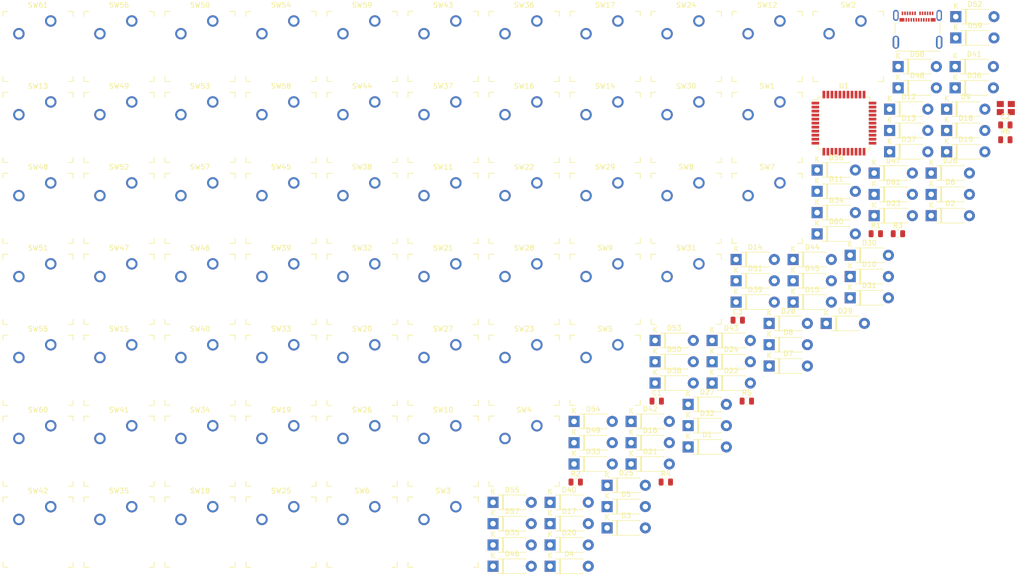
<source format=kicad_pcb>
(kicad_pcb (version 20171130) (host pcbnew 5.1.5)
  (layers (0 F.Cu signal) (31 B.Cu signal) (34 B.Paste user) (35 F.Paste user) (36 B.SilkS user) (37 F.SilkS user) (38 B.Mask user) (39 F.Mask user) (44 Edge.Cuts user))
  (net 0 "")
  (net 1 "Net-(C1-Pad1)")
  (net 2 GND)
  (net 3 "Net-(C2-Pad1)")
  (net 4 "Net-(C3-Pad2)")
  (net 5 "Net-(J1-PadA1)")
  (net 6 "Net-(J1-PadB11)")
  (net 7 "Net-(J1-PadB10)")
  (net 8 VCC)
  (net 9 "Net-(J1-PadB8)")
  (net 10 "Net-(J1-PadA7)")
  (net 11 "Net-(J1-PadA6)")
  (net 12 "Net-(J1-PadB5)")
  (net 13 "Net-(J1-PadB3)")
  (net 14 "Net-(J1-PadB2)")
  (net 15 "Net-(J1-PadA11)")
  (net 16 "Net-(J1-PadA10)")
  (net 17 "Net-(J1-PadA8)")
  (net 18 "Net-(J1-PadA5)")
  (net 19 "Net-(J1-PadA3)")
  (net 20 "Net-(J1-PadA2)")
  (net 21 "Net-(R3-Pad1)")
  (net 22 "Net-(R4-Pad1)")
  (net 23 "Net-(R6-Pad2)")
  (net 24 "Net-(U1-Pad1)")
  (net 25 "Net-(U1-Pad8)")
  (net 26 "Net-(U1-Pad25)")
  (net 27 "Net-(U1-Pad31)")
  (net 28 "Net-(U1-Pad42)")
  (net 29 /col0)
  (net 30 "Net-(D1-Pad2)")
  (net 31 "Net-(D2-Pad2)")
  (net 32 "Net-(D3-Pad2)")
  (net 33 "Net-(D4-Pad2)")
  (net 34 "Net-(D5-Pad2)")
  (net 35 /col1)
  (net 36 "Net-(D6-Pad2)")
  (net 37 "Net-(D7-Pad2)")
  (net 38 "Net-(D8-Pad2)")
  (net 39 "Net-(D9-Pad2)")
  (net 40 "Net-(D10-Pad2)")
  (net 41 "Net-(D11-Pad2)")
  (net 42 /col2)
  (net 43 "Net-(D12-Pad2)")
  (net 44 "Net-(D13-Pad2)")
  (net 45 "Net-(D14-Pad2)")
  (net 46 "Net-(D15-Pad2)")
  (net 47 /col3)
  (net 48 "Net-(D16-Pad2)")
  (net 49 "Net-(D17-Pad2)")
  (net 50 "Net-(D18-Pad2)")
  (net 51 "Net-(D19-Pad2)")
  (net 52 "Net-(D20-Pad2)")
  (net 53 "Net-(D21-Pad2)")
  (net 54 /col4)
  (net 55 "Net-(D22-Pad2)")
  (net 56 "Net-(D23-Pad2)")
  (net 57 "Net-(D24-Pad2)")
  (net 58 "Net-(D25-Pad2)")
  (net 59 /col5)
  (net 60 "Net-(D26-Pad2)")
  (net 61 "Net-(D27-Pad2)")
  (net 62 "Net-(D28-Pad2)")
  (net 63 "Net-(D29-Pad2)")
  (net 64 "Net-(D30-Pad2)")
  (net 65 /col6)
  (net 66 "Net-(D31-Pad2)")
  (net 67 "Net-(D32-Pad2)")
  (net 68 "Net-(D33-Pad2)")
  (net 69 "Net-(D34-Pad2)")
  (net 70 "Net-(D35-Pad2)")
  (net 71 "Net-(D36-Pad2)")
  (net 72 /col7)
  (net 73 "Net-(D37-Pad2)")
  (net 74 "Net-(D38-Pad2)")
  (net 75 "Net-(D39-Pad2)")
  (net 76 "Net-(D40-Pad2)")
  (net 77 "Net-(D41-Pad2)")
  (net 78 "Net-(D42-Pad2)")
  (net 79 "Net-(D43-Pad2)")
  (net 80 "Net-(D44-Pad2)")
  (net 81 "Net-(D45-Pad2)")
  (net 82 /col8)
  (net 83 "Net-(D46-Pad2)")
  (net 84 "Net-(D47-Pad2)")
  (net 85 "Net-(D48-Pad2)")
  (net 86 /col9)
  (net 87 "Net-(D49-Pad2)")
  (net 88 "Net-(D50-Pad2)")
  (net 89 "Net-(D51-Pad2)")
  (net 90 "Net-(D52-Pad2)")
  (net 91 "Net-(D53-Pad2)")
  (net 92 /col10)
  (net 93 "Net-(D54-Pad2)")
  (net 94 "Net-(D55-Pad2)")
  (net 95 "Net-(D56-Pad2)")
  (net 96 "Net-(D57-Pad1)")
  (net 97 "Net-(D57-Pad2)")
  (net 98 "Net-(D58-Pad2)")
  (net 99 "Net-(D59-Pad2)")
  (net 100 "Net-(D60-Pad2)")
  (net 101 /col12)
  (net 102 "Net-(D61-Pad2)")
  (net 103 /RESET)
  (net 104 /row0)
  (net 105 /row1)
  (net 106 /row2)
  (net 107 /row3)
  (net 108 /row4)
  (net 109 /SCLK)
  (net 110 /MOSI)
  (net 111 /MISO)
  (net 112 /col11)
  (module Capacitor_SMD:C_0805_2012Metric (layer F.Cu) (at 158.845001 112.615001)
    (fp_text reference C1 (at 0 -1.65) (layer F.SilkS))
    (fp_text value C)
    (pad 1 smd roundrect (at -0.9375 0) (size 0.975 1.4) (layers F.Cu F.Paste F.Mask) (net 1 "Net-(C1-Pad1)"))
    (pad 2 smd roundrect (at 0.9375 0) (size 0.975 1.4) (layers F.Cu F.Paste F.Mask) (net 2 GND))
  )
  (module Capacitor_SMD:C_0805_2012Metric (layer F.Cu) (at 228.335001 57.525001)
    (fp_text reference C2 (at 0 -1.65) (layer F.SilkS))
    (fp_text value C)
    (pad 1 smd roundrect (at -0.9375 0) (size 0.975 1.4) (layers F.Cu F.Paste F.Mask) (net 3 "Net-(C2-Pad1)"))
    (pad 2 smd roundrect (at 0.9375 0) (size 0.975 1.4) (layers F.Cu F.Paste F.Mask) (net 2 GND))
  )
  (module Capacitor_SMD:C_0805_2012Metric (layer F.Cu) (at 174.995001 96.465001)
    (fp_text reference C3 (at 0 -1.65) (layer F.SilkS))
    (fp_text value C)
    (pad 2 smd roundrect (at 0.9375 0) (size 0.975 1.4) (layers F.Cu F.Paste F.Mask) (net 4 "Net-(C3-Pad2)"))
    (pad 1 smd roundrect (at -0.9375 0) (size 0.975 1.4) (layers F.Cu F.Paste F.Mask) (net 2 GND))
  )
  (module Diode_THT:D_DO-41_SOD81_P7.62mm_Horizontal (layer F.Cu) (at 165.105001 121.765001)
    (fp_text reference D1 (at 3.81 -2.47) (layer F.SilkS))
    (fp_text value D)
    (fp_text user K (at 0 -2.1) (layer F.SilkS))
    (pad 1 thru_hole rect (at 0 0) (size 2.2 2.2) (drill 1.1) (layers *.Cu *.Mask) (net 29 /col0))
    (pad 2 thru_hole oval (at 7.62 0) (size 2.2 2.2) (drill 1.1) (layers *.Cu *.Mask) (net 30 "Net-(D1-Pad2)"))
  )
  (module Diode_THT:D_DO-41_SOD81_P7.62mm_Horizontal (layer F.Cu) (at 213.555001 75.625001)
    (fp_text reference D2 (at 3.81 -2.47) (layer F.SilkS))
    (fp_text value D)
    (fp_text user K (at 0 -2.1) (layer F.SilkS))
    (pad 2 thru_hole oval (at 7.62 0) (size 2.2 2.2) (drill 1.1) (layers *.Cu *.Mask) (net 31 "Net-(D2-Pad2)"))
    (pad 1 thru_hole rect (at 0 0) (size 2.2 2.2) (drill 1.1) (layers *.Cu *.Mask) (net 29 /col0))
  )
  (module Diode_THT:D_DO-41_SOD81_P7.62mm_Horizontal (layer F.Cu) (at 148.955001 137.915001)
    (fp_text reference D3 (at 3.81 -2.47) (layer F.SilkS))
    (fp_text value D)
    (fp_text user K (at 0 -2.1) (layer F.SilkS))
    (pad 1 thru_hole rect (at 0 0) (size 2.2 2.2) (drill 1.1) (layers *.Cu *.Mask) (net 29 /col0))
    (pad 2 thru_hole oval (at 7.62 0) (size 2.2 2.2) (drill 1.1) (layers *.Cu *.Mask) (net 32 "Net-(D3-Pad2)"))
  )
  (module Diode_THT:D_DO-41_SOD81_P7.62mm_Horizontal (layer F.Cu) (at 137.585001 145.565001)
    (fp_text reference D4 (at 3.81 -2.47) (layer F.SilkS))
    (fp_text value D)
    (fp_text user K (at 0 -2.1) (layer F.SilkS))
    (pad 1 thru_hole rect (at 0 0) (size 2.2 2.2) (drill 1.1) (layers *.Cu *.Mask) (net 29 /col0))
    (pad 2 thru_hole oval (at 7.62 0) (size 2.2 2.2) (drill 1.1) (layers *.Cu *.Mask) (net 33 "Net-(D4-Pad2)"))
  )
  (module Diode_THT:D_DO-41_SOD81_P7.62mm_Horizontal (layer F.Cu) (at 148.955001 133.665001)
    (fp_text reference D5 (at 3.81 -2.47) (layer F.SilkS))
    (fp_text value D)
    (fp_text user K (at 0 -2.1) (layer F.SilkS))
    (pad 2 thru_hole oval (at 7.62 0) (size 2.2 2.2) (drill 1.1) (layers *.Cu *.Mask) (net 34 "Net-(D5-Pad2)"))
    (pad 1 thru_hole rect (at 0 0) (size 2.2 2.2) (drill 1.1) (layers *.Cu *.Mask) (net 29 /col0))
  )
  (module Diode_THT:D_DO-41_SOD81_P7.62mm_Horizontal (layer F.Cu) (at 213.555001 71.375001)
    (fp_text reference D6 (at 3.81 -2.47) (layer F.SilkS))
    (fp_text value D)
    (fp_text user K (at 0 -2.1) (layer F.SilkS))
    (pad 1 thru_hole rect (at 0 0) (size 2.2 2.2) (drill 1.1) (layers *.Cu *.Mask) (net 35 /col1))
    (pad 2 thru_hole oval (at 7.62 0) (size 2.2 2.2) (drill 1.1) (layers *.Cu *.Mask) (net 36 "Net-(D6-Pad2)"))
  )
  (module Diode_THT:D_DO-41_SOD81_P7.62mm_Horizontal (layer F.Cu) (at 181.255001 105.615001)
    (fp_text reference D7 (at 3.81 -2.47) (layer F.SilkS))
    (fp_text value D)
    (fp_text user K (at 0 -2.1) (layer F.SilkS))
    (pad 2 thru_hole oval (at 7.62 0) (size 2.2 2.2) (drill 1.1) (layers *.Cu *.Mask) (net 37 "Net-(D7-Pad2)"))
    (pad 1 thru_hole rect (at 0 0) (size 2.2 2.2) (drill 1.1) (layers *.Cu *.Mask) (net 35 /col1))
  )
  (module Diode_THT:D_DO-41_SOD81_P7.62mm_Horizontal (layer F.Cu) (at 181.255001 101.365001)
    (fp_text reference D8 (at 3.81 -2.47) (layer F.SilkS))
    (fp_text value D)
    (fp_text user K (at 0 -2.1) (layer F.SilkS))
    (pad 1 thru_hole rect (at 0 0) (size 2.2 2.2) (drill 1.1) (layers *.Cu *.Mask) (net 35 /col1))
    (pad 2 thru_hole oval (at 7.62 0) (size 2.2 2.2) (drill 1.1) (layers *.Cu *.Mask) (net 38 "Net-(D8-Pad2)"))
  )
  (module Diode_THT:D_DO-41_SOD81_P7.62mm_Horizontal (layer F.Cu) (at 216.635001 54.375001)
    (fp_text reference D9 (at 3.81 -2.47) (layer F.SilkS))
    (fp_text value D)
    (fp_text user K (at 0 -2.1) (layer F.SilkS))
    (pad 1 thru_hole rect (at 0 0) (size 2.2 2.2) (drill 1.1) (layers *.Cu *.Mask) (net 35 /col1))
    (pad 2 thru_hole oval (at 7.62 0) (size 2.2 2.2) (drill 1.1) (layers *.Cu *.Mask) (net 39 "Net-(D9-Pad2)"))
  )
  (module Diode_THT:D_DO-41_SOD81_P7.62mm_Horizontal (layer F.Cu) (at 197.405001 87.765001)
    (fp_text reference D10 (at 3.81 -2.47) (layer F.SilkS))
    (fp_text value D)
    (fp_text user K (at 0 -2.1) (layer F.SilkS))
    (pad 1 thru_hole rect (at 0 0) (size 2.2 2.2) (drill 1.1) (layers *.Cu *.Mask) (net 35 /col1))
    (pad 2 thru_hole oval (at 7.62 0) (size 2.2 2.2) (drill 1.1) (layers *.Cu *.Mask) (net 40 "Net-(D10-Pad2)"))
  )
  (module Diode_THT:D_DO-41_SOD81_P7.62mm_Horizontal (layer F.Cu) (at 190.815001 70.765001)
    (fp_text reference D11 (at 3.81 -2.47) (layer F.SilkS))
    (fp_text value D)
    (fp_text user K (at 0 -2.1) (layer F.SilkS))
    (pad 2 thru_hole oval (at 7.62 0) (size 2.2 2.2) (drill 1.1) (layers *.Cu *.Mask) (net 41 "Net-(D11-Pad2)"))
    (pad 1 thru_hole rect (at 0 0) (size 2.2 2.2) (drill 1.1) (layers *.Cu *.Mask) (net 42 /col2))
  )
  (module Diode_THT:D_DO-41_SOD81_P7.62mm_Horizontal (layer F.Cu) (at 205.265001 54.375001)
    (fp_text reference D12 (at 3.81 -2.47) (layer F.SilkS))
    (fp_text value D)
    (fp_text user K (at 0 -2.1) (layer F.SilkS))
    (pad 1 thru_hole rect (at 0 0) (size 2.2 2.2) (drill 1.1) (layers *.Cu *.Mask) (net 42 /col2))
    (pad 2 thru_hole oval (at 7.62 0) (size 2.2 2.2) (drill 1.1) (layers *.Cu *.Mask) (net 43 "Net-(D12-Pad2)"))
  )
  (module Diode_THT:D_DO-41_SOD81_P7.62mm_Horizontal (layer F.Cu) (at 205.265001 58.625001)
    (fp_text reference D13 (at 3.81 -2.47) (layer F.SilkS))
    (fp_text value D)
    (fp_text user K (at 0 -2.1) (layer F.SilkS))
    (pad 1 thru_hole rect (at 0 0) (size 2.2 2.2) (drill 1.1) (layers *.Cu *.Mask) (net 42 /col2))
    (pad 2 thru_hole oval (at 7.62 0) (size 2.2 2.2) (drill 1.1) (layers *.Cu *.Mask) (net 44 "Net-(D13-Pad2)"))
  )
  (module Diode_THT:D_DO-41_SOD81_P7.62mm_Horizontal (layer F.Cu) (at 174.665001 84.365001)
    (fp_text reference D14 (at 3.81 -2.47) (layer F.SilkS))
    (fp_text value D)
    (fp_text user K (at 0 -2.1) (layer F.SilkS))
    (pad 2 thru_hole oval (at 7.62 0) (size 2.2 2.2) (drill 1.1) (layers *.Cu *.Mask) (net 45 "Net-(D14-Pad2)"))
    (pad 1 thru_hole rect (at 0 0) (size 2.2 2.2) (drill 1.1) (layers *.Cu *.Mask) (net 42 /col2))
  )
  (module Diode_THT:D_DO-41_SOD81_P7.62mm_Horizontal (layer F.Cu) (at 186.035001 92.865001)
    (fp_text reference D15 (at 3.81 -2.47) (layer F.SilkS))
    (fp_text value D)
    (fp_text user K (at 0 -2.1) (layer F.SilkS))
    (pad 2 thru_hole oval (at 7.62 0) (size 2.2 2.2) (drill 1.1) (layers *.Cu *.Mask) (net 46 "Net-(D15-Pad2)"))
    (pad 1 thru_hole rect (at 0 0) (size 2.2 2.2) (drill 1.1) (layers *.Cu *.Mask) (net 42 /col2))
  )
  (module Diode_THT:D_DO-41_SOD81_P7.62mm_Horizontal (layer F.Cu) (at 153.735001 120.915001)
    (fp_text reference D16 (at 3.81 -2.47) (layer F.SilkS))
    (fp_text value D)
    (fp_text user K (at 0 -2.1) (layer F.SilkS))
    (pad 1 thru_hole rect (at 0 0) (size 2.2 2.2) (drill 1.1) (layers *.Cu *.Mask) (net 47 /col3))
    (pad 2 thru_hole oval (at 7.62 0) (size 2.2 2.2) (drill 1.1) (layers *.Cu *.Mask) (net 48 "Net-(D16-Pad2)"))
  )
  (module Diode_THT:D_DO-41_SOD81_P7.62mm_Horizontal (layer F.Cu) (at 137.585001 137.065001)
    (fp_text reference D17 (at 3.81 -2.47) (layer F.SilkS))
    (fp_text value D)
    (fp_text user K (at 0 -2.1) (layer F.SilkS))
    (pad 2 thru_hole oval (at 7.62 0) (size 2.2 2.2) (drill 1.1) (layers *.Cu *.Mask) (net 49 "Net-(D17-Pad2)"))
    (pad 1 thru_hole rect (at 0 0) (size 2.2 2.2) (drill 1.1) (layers *.Cu *.Mask) (net 47 /col3))
  )
  (module Diode_THT:D_DO-41_SOD81_P7.62mm_Horizontal (layer F.Cu) (at 216.635001 58.625001)
    (fp_text reference D18 (at 3.81 -2.47) (layer F.SilkS))
    (fp_text value D)
    (fp_text user K (at 0 -2.1) (layer F.SilkS))
    (pad 1 thru_hole rect (at 0 0) (size 2.2 2.2) (drill 1.1) (layers *.Cu *.Mask) (net 47 /col3))
    (pad 2 thru_hole oval (at 7.62 0) (size 2.2 2.2) (drill 1.1) (layers *.Cu *.Mask) (net 50 "Net-(D18-Pad2)"))
  )
  (module Diode_THT:D_DO-41_SOD81_P7.62mm_Horizontal (layer F.Cu) (at 216.635001 62.875001)
    (fp_text reference D19 (at 3.81 -2.47) (layer F.SilkS))
    (fp_text value D)
    (fp_text user K (at 0 -2.1) (layer F.SilkS))
    (pad 1 thru_hole rect (at 0 0) (size 2.2 2.2) (drill 1.1) (layers *.Cu *.Mask) (net 47 /col3))
    (pad 2 thru_hole oval (at 7.62 0) (size 2.2 2.2) (drill 1.1) (layers *.Cu *.Mask) (net 51 "Net-(D19-Pad2)"))
  )
  (module Diode_THT:D_DO-41_SOD81_P7.62mm_Horizontal (layer F.Cu) (at 137.585001 141.315001)
    (fp_text reference D20 (at 3.81 -2.47) (layer F.SilkS))
    (fp_text value D)
    (fp_text user K (at 0 -2.1) (layer F.SilkS))
    (pad 1 thru_hole rect (at 0 0) (size 2.2 2.2) (drill 1.1) (layers *.Cu *.Mask) (net 47 /col3))
    (pad 2 thru_hole oval (at 7.62 0) (size 2.2 2.2) (drill 1.1) (layers *.Cu *.Mask) (net 52 "Net-(D20-Pad2)"))
  )
  (module Diode_THT:D_DO-41_SOD81_P7.62mm_Horizontal (layer F.Cu) (at 153.735001 125.165001)
    (fp_text reference D21 (at 3.81 -2.47) (layer F.SilkS))
    (fp_text value D)
    (fp_text user K (at 0 -2.1) (layer F.SilkS))
    (pad 2 thru_hole oval (at 7.62 0) (size 2.2 2.2) (drill 1.1) (layers *.Cu *.Mask) (net 53 "Net-(D21-Pad2)"))
    (pad 1 thru_hole rect (at 0 0) (size 2.2 2.2) (drill 1.1) (layers *.Cu *.Mask) (net 54 /col4))
  )
  (module Diode_THT:D_DO-41_SOD81_P7.62mm_Horizontal (layer F.Cu) (at 169.885001 109.015001)
    (fp_text reference D22 (at 3.81 -2.47) (layer F.SilkS))
    (fp_text value D)
    (fp_text user K (at 0 -2.1) (layer F.SilkS))
    (pad 1 thru_hole rect (at 0 0) (size 2.2 2.2) (drill 1.1) (layers *.Cu *.Mask) (net 54 /col4))
    (pad 2 thru_hole oval (at 7.62 0) (size 2.2 2.2) (drill 1.1) (layers *.Cu *.Mask) (net 55 "Net-(D22-Pad2)"))
  )
  (module Diode_THT:D_DO-41_SOD81_P7.62mm_Horizontal (layer F.Cu) (at 202.185001 75.625001)
    (fp_text reference D23 (at 3.81 -2.47) (layer F.SilkS))
    (fp_text value D)
    (fp_text user K (at 0 -2.1) (layer F.SilkS))
    (pad 2 thru_hole oval (at 7.62 0) (size 2.2 2.2) (drill 1.1) (layers *.Cu *.Mask) (net 56 "Net-(D23-Pad2)"))
    (pad 1 thru_hole rect (at 0 0) (size 2.2 2.2) (drill 1.1) (layers *.Cu *.Mask) (net 54 /col4))
  )
  (module Diode_THT:D_DO-41_SOD81_P7.62mm_Horizontal (layer F.Cu) (at 169.885001 104.765001)
    (fp_text reference D24 (at 3.81 -2.47) (layer F.SilkS))
    (fp_text value D)
    (fp_text user K (at 0 -2.1) (layer F.SilkS))
    (pad 2 thru_hole oval (at 7.62 0) (size 2.2 2.2) (drill 1.1) (layers *.Cu *.Mask) (net 57 "Net-(D24-Pad2)"))
    (pad 1 thru_hole rect (at 0 0) (size 2.2 2.2) (drill 1.1) (layers *.Cu *.Mask) (net 54 /col4))
  )
  (module Diode_THT:D_DO-41_SOD81_P7.62mm_Horizontal (layer F.Cu) (at 148.955001 129.415001)
    (fp_text reference D25 (at 3.81 -2.47) (layer F.SilkS))
    (fp_text value D)
    (fp_text user K (at 0 -2.1) (layer F.SilkS))
    (pad 2 thru_hole oval (at 7.62 0) (size 2.2 2.2) (drill 1.1) (layers *.Cu *.Mask) (net 58 "Net-(D25-Pad2)"))
    (pad 1 thru_hole rect (at 0 0) (size 2.2 2.2) (drill 1.1) (layers *.Cu *.Mask) (net 54 /col4))
  )
  (module Diode_THT:D_DO-41_SOD81_P7.62mm_Horizontal (layer F.Cu) (at 213.555001 67.125001)
    (fp_text reference D26 (at 3.81 -2.47) (layer F.SilkS))
    (fp_text value D)
    (fp_text user K (at 0 -2.1) (layer F.SilkS))
    (pad 1 thru_hole rect (at 0 0) (size 2.2 2.2) (drill 1.1) (layers *.Cu *.Mask) (net 59 /col5))
    (pad 2 thru_hole oval (at 7.62 0) (size 2.2 2.2) (drill 1.1) (layers *.Cu *.Mask) (net 60 "Net-(D26-Pad2)"))
  )
  (module Diode_THT:D_DO-41_SOD81_P7.62mm_Horizontal (layer F.Cu) (at 165.105001 113.265001)
    (fp_text reference D27 (at 3.81 -2.47) (layer F.SilkS))
    (fp_text value D)
    (fp_text user K (at 0 -2.1) (layer F.SilkS))
    (pad 2 thru_hole oval (at 7.62 0) (size 2.2 2.2) (drill 1.1) (layers *.Cu *.Mask) (net 61 "Net-(D27-Pad2)"))
    (pad 1 thru_hole rect (at 0 0) (size 2.2 2.2) (drill 1.1) (layers *.Cu *.Mask) (net 59 /col5))
  )
  (module Diode_THT:D_DO-41_SOD81_P7.62mm_Horizontal (layer F.Cu) (at 181.255001 97.115001)
    (fp_text reference D28 (at 3.81 -2.47) (layer F.SilkS))
    (fp_text value D)
    (fp_text user K (at 0 -2.1) (layer F.SilkS))
    (pad 1 thru_hole rect (at 0 0) (size 2.2 2.2) (drill 1.1) (layers *.Cu *.Mask) (net 59 /col5))
    (pad 2 thru_hole oval (at 7.62 0) (size 2.2 2.2) (drill 1.1) (layers *.Cu *.Mask) (net 62 "Net-(D28-Pad2)"))
  )
  (module Diode_THT:D_DO-41_SOD81_P7.62mm_Horizontal (layer F.Cu) (at 192.625001 97.115001)
    (fp_text reference D29 (at 3.81 -2.47) (layer F.SilkS))
    (fp_text value D)
    (fp_text user K (at 0 -2.1) (layer F.SilkS))
    (pad 1 thru_hole rect (at 0 0) (size 2.2 2.2) (drill 1.1) (layers *.Cu *.Mask) (net 59 /col5))
    (pad 2 thru_hole oval (at 7.62 0) (size 2.2 2.2) (drill 1.1) (layers *.Cu *.Mask) (net 63 "Net-(D29-Pad2)"))
  )
  (module Diode_THT:D_DO-41_SOD81_P7.62mm_Horizontal (layer F.Cu) (at 197.405001 83.515001)
    (fp_text reference D30 (at 3.81 -2.47) (layer F.SilkS))
    (fp_text value D)
    (fp_text user K (at 0 -2.1) (layer F.SilkS))
    (pad 1 thru_hole rect (at 0 0) (size 2.2 2.2) (drill 1.1) (layers *.Cu *.Mask) (net 59 /col5))
    (pad 2 thru_hole oval (at 7.62 0) (size 2.2 2.2) (drill 1.1) (layers *.Cu *.Mask) (net 64 "Net-(D30-Pad2)"))
  )
  (module Diode_THT:D_DO-41_SOD81_P7.62mm_Horizontal (layer F.Cu) (at 197.405001 92.015001)
    (fp_text reference D31 (at 3.81 -2.47) (layer F.SilkS))
    (fp_text value D)
    (fp_text user K (at 0 -2.1) (layer F.SilkS))
    (pad 1 thru_hole rect (at 0 0) (size 2.2 2.2) (drill 1.1) (layers *.Cu *.Mask) (net 65 /col6))
    (pad 2 thru_hole oval (at 7.62 0) (size 2.2 2.2) (drill 1.1) (layers *.Cu *.Mask) (net 66 "Net-(D31-Pad2)"))
  )
  (module Diode_THT:D_DO-41_SOD81_P7.62mm_Horizontal (layer F.Cu) (at 165.105001 117.515001)
    (fp_text reference D32 (at 3.81 -2.47) (layer F.SilkS))
    (fp_text value D)
    (fp_text user K (at 0 -2.1) (layer F.SilkS))
    (pad 1 thru_hole rect (at 0 0) (size 2.2 2.2) (drill 1.1) (layers *.Cu *.Mask) (net 65 /col6))
    (pad 2 thru_hole oval (at 7.62 0) (size 2.2 2.2) (drill 1.1) (layers *.Cu *.Mask) (net 67 "Net-(D32-Pad2)"))
  )
  (module Diode_THT:D_DO-41_SOD81_P7.62mm_Horizontal (layer F.Cu) (at 142.365001 125.165001)
    (fp_text reference D33 (at 3.81 -2.47) (layer F.SilkS))
    (fp_text value D)
    (fp_text user K (at 0 -2.1) (layer F.SilkS))
    (pad 2 thru_hole oval (at 7.62 0) (size 2.2 2.2) (drill 1.1) (layers *.Cu *.Mask) (net 68 "Net-(D33-Pad2)"))
    (pad 1 thru_hole rect (at 0 0) (size 2.2 2.2) (drill 1.1) (layers *.Cu *.Mask) (net 65 /col6))
  )
  (module Diode_THT:D_DO-41_SOD81_P7.62mm_Horizontal (layer F.Cu) (at 190.815001 75.015001)
    (fp_text reference D34 (at 3.81 -2.47) (layer F.SilkS))
    (fp_text value D)
    (fp_text user K (at 0 -2.1) (layer F.SilkS))
    (pad 2 thru_hole oval (at 7.62 0) (size 2.2 2.2) (drill 1.1) (layers *.Cu *.Mask) (net 69 "Net-(D34-Pad2)"))
    (pad 1 thru_hole rect (at 0 0) (size 2.2 2.2) (drill 1.1) (layers *.Cu *.Mask) (net 65 /col6))
  )
  (module Diode_THT:D_DO-41_SOD81_P7.62mm_Horizontal (layer F.Cu) (at 126.215001 141.315001)
    (fp_text reference D35 (at 3.81 -2.47) (layer F.SilkS))
    (fp_text value D)
    (fp_text user K (at 0 -2.1) (layer F.SilkS))
    (pad 2 thru_hole oval (at 7.62 0) (size 2.2 2.2) (drill 1.1) (layers *.Cu *.Mask) (net 70 "Net-(D35-Pad2)"))
    (pad 1 thru_hole rect (at 0 0) (size 2.2 2.2) (drill 1.1) (layers *.Cu *.Mask) (net 65 /col6))
  )
  (module Diode_THT:D_DO-41_SOD81_P7.62mm_Horizontal (layer F.Cu) (at 218.335001 50.125001)
    (fp_text reference D36 (at 3.81 -2.47) (layer F.SilkS))
    (fp_text value D)
    (fp_text user K (at 0 -2.1) (layer F.SilkS))
    (pad 2 thru_hole oval (at 7.62 0) (size 2.2 2.2) (drill 1.1) (layers *.Cu *.Mask) (net 71 "Net-(D36-Pad2)"))
    (pad 1 thru_hole rect (at 0 0) (size 2.2 2.2) (drill 1.1) (layers *.Cu *.Mask) (net 72 /col7))
  )
  (module Diode_THT:D_DO-41_SOD81_P7.62mm_Horizontal (layer F.Cu) (at 205.265001 62.875001)
    (fp_text reference D37 (at 3.81 -2.47) (layer F.SilkS))
    (fp_text value D)
    (fp_text user K (at 0 -2.1) (layer F.SilkS))
    (pad 1 thru_hole rect (at 0 0) (size 2.2 2.2) (drill 1.1) (layers *.Cu *.Mask) (net 72 /col7))
    (pad 2 thru_hole oval (at 7.62 0) (size 2.2 2.2) (drill 1.1) (layers *.Cu *.Mask) (net 73 "Net-(D37-Pad2)"))
  )
  (module Diode_THT:D_DO-41_SOD81_P7.62mm_Horizontal (layer F.Cu) (at 158.515001 109.015001)
    (fp_text reference D38 (at 3.81 -2.47) (layer F.SilkS))
    (fp_text value D)
    (fp_text user K (at 0 -2.1) (layer F.SilkS))
    (pad 1 thru_hole rect (at 0 0) (size 2.2 2.2) (drill 1.1) (layers *.Cu *.Mask) (net 72 /col7))
    (pad 2 thru_hole oval (at 7.62 0) (size 2.2 2.2) (drill 1.1) (layers *.Cu *.Mask) (net 74 "Net-(D38-Pad2)"))
  )
  (module Diode_THT:D_DO-41_SOD81_P7.62mm_Horizontal (layer F.Cu) (at 174.665001 92.865001)
    (fp_text reference D39 (at 3.81 -2.47) (layer F.SilkS))
    (fp_text value D)
    (fp_text user K (at 0 -2.1) (layer F.SilkS))
    (pad 1 thru_hole rect (at 0 0) (size 2.2 2.2) (drill 1.1) (layers *.Cu *.Mask) (net 72 /col7))
    (pad 2 thru_hole oval (at 7.62 0) (size 2.2 2.2) (drill 1.1) (layers *.Cu *.Mask) (net 75 "Net-(D39-Pad2)"))
  )
  (module Diode_THT:D_DO-41_SOD81_P7.62mm_Horizontal (layer F.Cu) (at 137.585001 132.815001)
    (fp_text reference D40 (at 3.81 -2.47) (layer F.SilkS))
    (fp_text value D)
    (fp_text user K (at 0 -2.1) (layer F.SilkS))
    (pad 2 thru_hole oval (at 7.62 0) (size 2.2 2.2) (drill 1.1) (layers *.Cu *.Mask) (net 76 "Net-(D40-Pad2)"))
    (pad 1 thru_hole rect (at 0 0) (size 2.2 2.2) (drill 1.1) (layers *.Cu *.Mask) (net 72 /col7))
  )
  (module Diode_THT:D_DO-41_SOD81_P7.62mm_Horizontal (layer F.Cu) (at 218.335001 45.875001)
    (fp_text reference D41 (at 3.81 -2.47) (layer F.SilkS))
    (fp_text value D)
    (fp_text user K (at 0 -2.1) (layer F.SilkS))
    (pad 1 thru_hole rect (at 0 0) (size 2.2 2.2) (drill 1.1) (layers *.Cu *.Mask) (net 72 /col7))
    (pad 2 thru_hole oval (at 7.62 0) (size 2.2 2.2) (drill 1.1) (layers *.Cu *.Mask) (net 77 "Net-(D41-Pad2)"))
  )
  (module Diode_THT:D_DO-41_SOD81_P7.62mm_Horizontal (layer F.Cu) (at 153.735001 116.665001)
    (fp_text reference D42 (at 3.81 -2.47) (layer F.SilkS))
    (fp_text value D)
    (fp_text user K (at 0 -2.1) (layer F.SilkS))
    (pad 2 thru_hole oval (at 7.62 0) (size 2.2 2.2) (drill 1.1) (layers *.Cu *.Mask) (net 78 "Net-(D42-Pad2)"))
    (pad 1 thru_hole rect (at 0 0) (size 2.2 2.2) (drill 1.1) (layers *.Cu *.Mask) (net 72 /col7))
  )
  (module Diode_THT:D_DO-41_SOD81_P7.62mm_Horizontal (layer F.Cu) (at 169.885001 100.515001)
    (fp_text reference D43 (at 3.81 -2.47) (layer F.SilkS))
    (fp_text value D)
    (fp_text user K (at 0 -2.1) (layer F.SilkS))
    (pad 2 thru_hole oval (at 7.62 0) (size 2.2 2.2) (drill 1.1) (layers *.Cu *.Mask) (net 79 "Net-(D43-Pad2)"))
    (pad 1 thru_hole rect (at 0 0) (size 2.2 2.2) (drill 1.1) (layers *.Cu *.Mask) (net 72 /col7))
  )
  (module Diode_THT:D_DO-41_SOD81_P7.62mm_Horizontal (layer F.Cu) (at 186.035001 84.365001)
    (fp_text reference D44 (at 3.81 -2.47) (layer F.SilkS))
    (fp_text value D)
    (fp_text user K (at 0 -2.1) (layer F.SilkS))
    (pad 2 thru_hole oval (at 7.62 0) (size 2.2 2.2) (drill 1.1) (layers *.Cu *.Mask) (net 80 "Net-(D44-Pad2)"))
    (pad 1 thru_hole rect (at 0 0) (size 2.2 2.2) (drill 1.1) (layers *.Cu *.Mask) (net 72 /col7))
  )
  (module Diode_THT:D_DO-41_SOD81_P7.62mm_Horizontal (layer F.Cu) (at 186.035001 88.615001)
    (fp_text reference D45 (at 3.81 -2.47) (layer F.SilkS))
    (fp_text value D)
    (fp_text user K (at 0 -2.1) (layer F.SilkS))
    (pad 2 thru_hole oval (at 7.62 0) (size 2.2 2.2) (drill 1.1) (layers *.Cu *.Mask) (net 81 "Net-(D45-Pad2)"))
    (pad 1 thru_hole rect (at 0 0) (size 2.2 2.2) (drill 1.1) (layers *.Cu *.Mask) (net 82 /col8))
  )
  (module Diode_THT:D_DO-41_SOD81_P7.62mm_Horizontal (layer F.Cu) (at 126.215001 145.565001)
    (fp_text reference D46 (at 3.81 -2.47) (layer F.SilkS))
    (fp_text value D)
    (fp_text user K (at 0 -2.1) (layer F.SilkS))
    (pad 2 thru_hole oval (at 7.62 0) (size 2.2 2.2) (drill 1.1) (layers *.Cu *.Mask) (net 83 "Net-(D46-Pad2)"))
    (pad 1 thru_hole rect (at 0 0) (size 2.2 2.2) (drill 1.1) (layers *.Cu *.Mask) (net 82 /col8))
  )
  (module Diode_THT:D_DO-41_SOD81_P7.62mm_Horizontal (layer F.Cu) (at 202.185001 67.125001)
    (fp_text reference D47 (at 3.81 -2.47) (layer F.SilkS))
    (fp_text value D)
    (fp_text user K (at 0 -2.1) (layer F.SilkS))
    (pad 1 thru_hole rect (at 0 0) (size 2.2 2.2) (drill 1.1) (layers *.Cu *.Mask) (net 82 /col8))
    (pad 2 thru_hole oval (at 7.62 0) (size 2.2 2.2) (drill 1.1) (layers *.Cu *.Mask) (net 84 "Net-(D47-Pad2)"))
  )
  (module Diode_THT:D_DO-41_SOD81_P7.62mm_Horizontal (layer F.Cu) (at 206.965001 50.125001)
    (fp_text reference D48 (at 3.81 -2.47) (layer F.SilkS))
    (fp_text value D)
    (fp_text user K (at 0 -2.1) (layer F.SilkS))
    (pad 1 thru_hole rect (at 0 0) (size 2.2 2.2) (drill 1.1) (layers *.Cu *.Mask) (net 82 /col8))
    (pad 2 thru_hole oval (at 7.62 0) (size 2.2 2.2) (drill 1.1) (layers *.Cu *.Mask) (net 85 "Net-(D48-Pad2)"))
  )
  (module Diode_THT:D_DO-41_SOD81_P7.62mm_Horizontal (layer F.Cu) (at 142.365001 120.915001)
    (fp_text reference D49 (at 3.81 -2.47) (layer F.SilkS))
    (fp_text value D)
    (fp_text user K (at 0 -2.1) (layer F.SilkS))
    (pad 1 thru_hole rect (at 0 0) (size 2.2 2.2) (drill 1.1) (layers *.Cu *.Mask) (net 86 /col9))
    (pad 2 thru_hole oval (at 7.62 0) (size 2.2 2.2) (drill 1.1) (layers *.Cu *.Mask) (net 87 "Net-(D49-Pad2)"))
  )
  (module Diode_THT:D_DO-41_SOD81_P7.62mm_Horizontal (layer F.Cu) (at 158.515001 104.765001)
    (fp_text reference D50 (at 3.81 -2.47) (layer F.SilkS))
    (fp_text value D)
    (fp_text user K (at 0 -2.1) (layer F.SilkS))
    (pad 1 thru_hole rect (at 0 0) (size 2.2 2.2) (drill 1.1) (layers *.Cu *.Mask) (net 86 /col9))
    (pad 2 thru_hole oval (at 7.62 0) (size 2.2 2.2) (drill 1.1) (layers *.Cu *.Mask) (net 88 "Net-(D50-Pad2)"))
  )
  (module Diode_THT:D_DO-41_SOD81_P7.62mm_Horizontal (layer F.Cu) (at 174.665001 88.615001)
    (fp_text reference D51 (at 3.81 -2.47) (layer F.SilkS))
    (fp_text value D)
    (fp_text user K (at 0 -2.1) (layer F.SilkS))
    (pad 2 thru_hole oval (at 7.62 0) (size 2.2 2.2) (drill 1.1) (layers *.Cu *.Mask) (net 89 "Net-(D51-Pad2)"))
    (pad 1 thru_hole rect (at 0 0) (size 2.2 2.2) (drill 1.1) (layers *.Cu *.Mask) (net 86 /col9))
  )
  (module Diode_THT:D_DO-41_SOD81_P7.62mm_Horizontal (layer F.Cu) (at 218.455001 35.915001)
    (fp_text reference D52 (at 3.81 -2.47) (layer F.SilkS))
    (fp_text value D)
    (fp_text user K (at 0 -2.1) (layer F.SilkS))
    (pad 1 thru_hole rect (at 0 0) (size 2.2 2.2) (drill 1.1) (layers *.Cu *.Mask) (net 86 /col9))
    (pad 2 thru_hole oval (at 7.62 0) (size 2.2 2.2) (drill 1.1) (layers *.Cu *.Mask) (net 90 "Net-(D52-Pad2)"))
  )
  (module Diode_THT:D_DO-41_SOD81_P7.62mm_Horizontal (layer F.Cu) (at 158.515001 100.515001)
    (fp_text reference D53 (at 3.81 -2.47) (layer F.SilkS))
    (fp_text value D)
    (fp_text user K (at 0 -2.1) (layer F.SilkS))
    (pad 2 thru_hole oval (at 7.62 0) (size 2.2 2.2) (drill 1.1) (layers *.Cu *.Mask) (net 91 "Net-(D53-Pad2)"))
    (pad 1 thru_hole rect (at 0 0) (size 2.2 2.2) (drill 1.1) (layers *.Cu *.Mask) (net 92 /col10))
  )
  (module Diode_THT:D_DO-41_SOD81_P7.62mm_Horizontal (layer F.Cu) (at 142.365001 116.665001)
    (fp_text reference D54 (at 3.81 -2.47) (layer F.SilkS))
    (fp_text value D)
    (fp_text user K (at 0 -2.1) (layer F.SilkS))
    (pad 2 thru_hole oval (at 7.62 0) (size 2.2 2.2) (drill 1.1) (layers *.Cu *.Mask) (net 93 "Net-(D54-Pad2)"))
    (pad 1 thru_hole rect (at 0 0) (size 2.2 2.2) (drill 1.1) (layers *.Cu *.Mask) (net 92 /col10))
  )
  (module Diode_THT:D_DO-41_SOD81_P7.62mm_Horizontal (layer F.Cu) (at 126.215001 132.815001)
    (fp_text reference D55 (at 3.81 -2.47) (layer F.SilkS))
    (fp_text value D)
    (fp_text user K (at 0 -2.1) (layer F.SilkS))
    (pad 2 thru_hole oval (at 7.62 0) (size 2.2 2.2) (drill 1.1) (layers *.Cu *.Mask) (net 94 "Net-(D55-Pad2)"))
    (pad 1 thru_hole rect (at 0 0) (size 2.2 2.2) (drill 1.1) (layers *.Cu *.Mask) (net 92 /col10))
  )
  (module Diode_THT:D_DO-41_SOD81_P7.62mm_Horizontal (layer F.Cu) (at 190.815001 66.515001)
    (fp_text reference D56 (at 3.81 -2.47) (layer F.SilkS))
    (fp_text value D)
    (fp_text user K (at 0 -2.1) (layer F.SilkS))
    (pad 2 thru_hole oval (at 7.62 0) (size 2.2 2.2) (drill 1.1) (layers *.Cu *.Mask) (net 95 "Net-(D56-Pad2)"))
    (pad 1 thru_hole rect (at 0 0) (size 2.2 2.2) (drill 1.1) (layers *.Cu *.Mask) (net 92 /col10))
  )
  (module Diode_THT:D_DO-41_SOD81_P7.62mm_Horizontal (layer F.Cu) (at 126.215001 137.065001)
    (fp_text reference D57 (at 3.81 -2.47) (layer F.SilkS))
    (fp_text value D)
    (fp_text user K (at 0 -2.1) (layer F.SilkS))
    (pad 1 thru_hole rect (at 0 0) (size 2.2 2.2) (drill 1.1) (layers *.Cu *.Mask) (net 96 "Net-(D57-Pad1)"))
    (pad 2 thru_hole oval (at 7.62 0) (size 2.2 2.2) (drill 1.1) (layers *.Cu *.Mask) (net 97 "Net-(D57-Pad2)"))
  )
  (module Diode_THT:D_DO-41_SOD81_P7.62mm_Horizontal (layer F.Cu) (at 206.965001 45.875001)
    (fp_text reference D58 (at 3.81 -2.47) (layer F.SilkS))
    (fp_text value D)
    (fp_text user K (at 0 -2.1) (layer F.SilkS))
    (pad 1 thru_hole rect (at 0 0) (size 2.2 2.2) (drill 1.1) (layers *.Cu *.Mask) (net 96 "Net-(D57-Pad1)"))
    (pad 2 thru_hole oval (at 7.62 0) (size 2.2 2.2) (drill 1.1) (layers *.Cu *.Mask) (net 98 "Net-(D58-Pad2)"))
  )
  (module Diode_THT:D_DO-41_SOD81_P7.62mm_Horizontal (layer F.Cu) (at 218.455001 40.165001)
    (fp_text reference D59 (at 3.81 -2.47) (layer F.SilkS))
    (fp_text value D)
    (fp_text user K (at 0 -2.1) (layer F.SilkS))
    (pad 2 thru_hole oval (at 7.62 0) (size 2.2 2.2) (drill 1.1) (layers *.Cu *.Mask) (net 99 "Net-(D59-Pad2)"))
    (pad 1 thru_hole rect (at 0 0) (size 2.2 2.2) (drill 1.1) (layers *.Cu *.Mask) (net 96 "Net-(D57-Pad1)"))
  )
  (module Diode_THT:D_DO-41_SOD81_P7.62mm_Horizontal (layer F.Cu) (at 190.815001 79.265001)
    (fp_text reference D60 (at 3.81 -2.47) (layer F.SilkS))
    (fp_text value D)
    (fp_text user K (at 0 -2.1) (layer F.SilkS))
    (pad 2 thru_hole oval (at 7.62 0) (size 2.2 2.2) (drill 1.1) (layers *.Cu *.Mask) (net 100 "Net-(D60-Pad2)"))
    (pad 1 thru_hole rect (at 0 0) (size 2.2 2.2) (drill 1.1) (layers *.Cu *.Mask) (net 101 /col12))
  )
  (module Diode_THT:D_DO-41_SOD81_P7.62mm_Horizontal (layer F.Cu) (at 202.185001 71.375001)
    (fp_text reference D61 (at 3.81 -2.47) (layer F.SilkS))
    (fp_text value D)
    (fp_text user K (at 0 -2.1) (layer F.SilkS))
    (pad 2 thru_hole oval (at 7.62 0) (size 2.2 2.2) (drill 1.1) (layers *.Cu *.Mask) (net 102 "Net-(D61-Pad2)"))
    (pad 1 thru_hole rect (at 0 0) (size 2.2 2.2) (drill 1.1) (layers *.Cu *.Mask) (net 101 /col12))
  )
  (module 61key:MOLEX_105450-0101 (layer F.Cu) (at 210.835001 39.025001)
    (fp_text reference J1 (at -1.899125 -5.722835) (layer F.SilkS) (effects (font (size 1.003598 1.003598) (thickness 0.015))))
    (fp_text value 105450-0101)
    (pad S4 thru_hole oval (at 4.32 2) (size 1.3 2.6) (drill oval 0.6 2.1) (layers *.Cu *.Mask) (net 5 "Net-(J1-PadA1)"))
    (pad S3 thru_hole oval (at -4.32 2) (size 1.3 2.6) (drill oval 0.6 2.1) (layers *.Cu *.Mask) (net 5 "Net-(J1-PadA1)"))
    (pad S2 thru_hole oval (at 4.32 -3.36) (size 1.1 2.2) (drill oval 0.6 1.6) (layers *.Cu *.Mask) (net 5 "Net-(J1-PadA1)"))
    (pad S1 thru_hole oval (at -4.32 -3.36) (size 1.1 2.2) (drill oval 0.6 1.6) (layers *.Cu *.Mask) (net 5 "Net-(J1-PadA1)"))
    (pad B12 smd rect (at -3.1 -2.47) (size 1 0.7) (layers F.Cu F.Paste F.Mask) (net 5 "Net-(J1-PadA1)"))
    (pad B11 smd rect (at -2.25 -2.47) (size 0.3 0.7) (layers F.Cu F.Paste F.Mask) (net 6 "Net-(J1-PadB11)"))
    (pad B10 smd rect (at -1.75 -2.47) (size 0.3 0.7) (layers F.Cu F.Paste F.Mask) (net 7 "Net-(J1-PadB10)"))
    (pad B9 smd rect (at -1.25 -2.47) (size 0.3 0.7) (layers F.Cu F.Paste F.Mask) (net 8 VCC))
    (pad B8 smd rect (at -0.75 -2.47) (size 0.3 0.7) (layers F.Cu F.Paste F.Mask) (net 9 "Net-(J1-PadB8)"))
    (pad B7 smd rect (at -0.25 -2.47) (size 0.3 0.7) (layers F.Cu F.Paste F.Mask) (net 10 "Net-(J1-PadA7)"))
    (pad B6 smd rect (at 0.25 -2.47) (size 0.3 0.7) (layers F.Cu F.Paste F.Mask) (net 11 "Net-(J1-PadA6)"))
    (pad B5 smd rect (at 0.75 -2.47) (size 0.3 0.7) (layers F.Cu F.Paste F.Mask) (net 12 "Net-(J1-PadB5)"))
    (pad B4 smd rect (at 1.25 -2.47) (size 0.3 0.7) (layers F.Cu F.Paste F.Mask) (net 8 VCC))
    (pad B3 smd rect (at 1.75 -2.47) (size 0.3 0.7) (layers F.Cu F.Paste F.Mask) (net 13 "Net-(J1-PadB3)"))
    (pad B2 smd rect (at 2.25 -2.47) (size 0.3 0.7) (layers F.Cu F.Paste F.Mask) (net 14 "Net-(J1-PadB2)"))
    (pad B1 smd rect (at 3.1 -2.47) (size 1 0.7) (layers F.Cu F.Paste F.Mask) (net 5 "Net-(J1-PadA1)"))
    (pad A12 smd rect (at 3 -3.77) (size 0.3 0.7) (layers F.Cu F.Paste F.Mask) (net 5 "Net-(J1-PadA1)"))
    (pad A11 smd rect (at 2.5 -3.77) (size 0.3 0.7) (layers F.Cu F.Paste F.Mask) (net 15 "Net-(J1-PadA11)"))
    (pad A10 smd rect (at 2 -3.77) (size 0.3 0.7) (layers F.Cu F.Paste F.Mask) (net 16 "Net-(J1-PadA10)"))
    (pad A9 smd rect (at 1.5 -3.77) (size 0.3 0.7) (layers F.Cu F.Paste F.Mask) (net 8 VCC))
    (pad A8 smd rect (at 1 -3.77) (size 0.3 0.7) (layers F.Cu F.Paste F.Mask) (net 17 "Net-(J1-PadA8)"))
    (pad A7 smd rect (at 0.5 -3.77) (size 0.3 0.7) (layers F.Cu F.Paste F.Mask) (net 10 "Net-(J1-PadA7)"))
    (pad A6 smd rect (at -0.5 -3.77) (size 0.3 0.7) (layers F.Cu F.Paste F.Mask) (net 11 "Net-(J1-PadA6)"))
    (pad A5 smd rect (at -1 -3.77) (size 0.3 0.7) (layers F.Cu F.Paste F.Mask) (net 18 "Net-(J1-PadA5)"))
    (pad A4 smd rect (at -1.5 -3.77) (size 0.3 0.7) (layers F.Cu F.Paste F.Mask) (net 8 VCC))
    (pad A3 smd rect (at -2 -3.77) (size 0.3 0.7) (layers F.Cu F.Paste F.Mask) (net 19 "Net-(J1-PadA3)"))
    (pad A2 smd rect (at -2.5 -3.77) (size 0.3 0.7) (layers F.Cu F.Paste F.Mask) (net 20 "Net-(J1-PadA2)"))
    (pad A1 smd rect (at -3 -3.77) (size 0.3 0.7) (layers F.Cu F.Paste F.Mask) (net 5 "Net-(J1-PadA1)"))
  )
  (module Resistor_SMD:R_0805_2012Metric (layer F.Cu) (at 202.515001 79.225001)
    (fp_text reference R1 (at 0 -1.65) (layer F.SilkS))
    (fp_text value R_US)
    (pad 2 smd roundrect (at 0.9375 0) (size 0.975 1.4) (layers F.Cu F.Paste F.Mask) (net 2 GND))
    (pad 1 smd roundrect (at -0.9375 0) (size 0.975 1.4) (layers F.Cu F.Paste F.Mask) (net 18 "Net-(J1-PadA5)"))
  )
  (module Resistor_SMD:R_0805_2012Metric (layer F.Cu) (at 142.695001 128.765001)
    (fp_text reference R2 (at 0 -1.65) (layer F.SilkS))
    (fp_text value R_US)
    (pad 2 smd roundrect (at 0.9375 0) (size 0.975 1.4) (layers F.Cu F.Paste F.Mask) (net 2 GND))
    (pad 1 smd roundrect (at -0.9375 0) (size 0.975 1.4) (layers F.Cu F.Paste F.Mask) (net 12 "Net-(J1-PadB5)"))
  )
  (module Resistor_SMD:R_0805_2012Metric (layer F.Cu) (at 206.925001 79.225001)
    (fp_text reference R3 (at 0 -1.65) (layer F.SilkS))
    (fp_text value R_US)
    (pad 1 smd roundrect (at -0.9375 0) (size 0.975 1.4) (layers F.Cu F.Paste F.Mask) (net 21 "Net-(R3-Pad1)"))
    (pad 2 smd roundrect (at 0.9375 0) (size 0.975 1.4) (layers F.Cu F.Paste F.Mask) (net 11 "Net-(J1-PadA6)"))
  )
  (module Resistor_SMD:R_0805_2012Metric (layer F.Cu) (at 160.655001 128.765001)
    (fp_text reference R4 (at 0 -1.65) (layer F.SilkS))
    (fp_text value R_US)
    (pad 1 smd roundrect (at -0.9375 0) (size 0.975 1.4) (layers F.Cu F.Paste F.Mask) (net 22 "Net-(R4-Pad1)"))
    (pad 2 smd roundrect (at 0.9375 0) (size 0.975 1.4) (layers F.Cu F.Paste F.Mask) (net 10 "Net-(J1-PadA7)"))
  )
  (module Resistor_SMD:R_0805_2012Metric (layer F.Cu) (at 176.805001 112.615001)
    (fp_text reference R5 (at 0 -1.65) (layer F.SilkS))
    (fp_text value R_US)
    (pad 1 smd roundrect (at -0.9375 0) (size 0.975 1.4) (layers F.Cu F.Paste F.Mask) (net 103 /RESET))
    (pad 2 smd roundrect (at 0.9375 0) (size 0.975 1.4) (layers F.Cu F.Paste F.Mask) (net 8 VCC))
  )
  (module Resistor_SMD:R_0805_2012Metric (layer F.Cu) (at 228.335001 60.475001)
    (fp_text reference R6 (at 0 -1.65) (layer F.SilkS))
    (fp_text value R_US)
    (pad 2 smd roundrect (at 0.9375 0) (size 0.975 1.4) (layers F.Cu F.Paste F.Mask) (net 23 "Net-(R6-Pad2)"))
    (pad 1 smd roundrect (at -0.9375 0) (size 0.975 1.4) (layers F.Cu F.Paste F.Mask) (net 2 GND))
  )
  (module 61key:SW_MX (layer F.Cu) (at 180.865001 58.015001)
    (fp_text reference SW1 (at 0 -8.255) (layer F.SilkS))
    (fp_text value SW_SPST)
    (pad 1 thru_hole circle (at 2.54 -5.08) (size 2.286 2.286) (drill 1.4986) (layers *.Cu *.Mask) (net 104 /row0))
    (pad "" np_thru_hole circle (at 0 0) (size 3.9878 3.9878) (drill 3.9878) (layers *.Cu *.Mask))
    (pad 2 thru_hole circle (at -3.81 -2.54) (size 2.286 2.286) (drill 1.4986) (layers *.Cu *.Mask) (net 30 "Net-(D1-Pad2)"))
    (pad "" np_thru_hole circle (at 5.08 0) (size 1.7018 1.7018) (drill 1.7018) (layers *.Cu *.Mask))
    (pad "" np_thru_hole circle (at -5.08 0) (size 1.7018 1.7018) (drill 1.7018) (layers *.Cu *.Mask))
  )
  (module 61key:SW_MX (layer F.Cu) (at 197.015001 41.865001)
    (fp_text reference SW2 (at 0 -8.255) (layer F.SilkS))
    (fp_text value SW_SPST)
    (pad 1 thru_hole circle (at 2.54 -5.08) (size 2.286 2.286) (drill 1.4986) (layers *.Cu *.Mask) (net 105 /row1))
    (pad "" np_thru_hole circle (at 0 0) (size 3.9878 3.9878) (drill 3.9878) (layers *.Cu *.Mask))
    (pad 2 thru_hole circle (at -3.81 -2.54) (size 2.286 2.286) (drill 1.4986) (layers *.Cu *.Mask) (net 31 "Net-(D2-Pad2)"))
    (pad "" np_thru_hole circle (at 5.08 0) (size 1.7018 1.7018) (drill 1.7018) (layers *.Cu *.Mask))
    (pad "" np_thru_hole circle (at -5.08 0) (size 1.7018 1.7018) (drill 1.7018) (layers *.Cu *.Mask))
  )
  (module 61key:SW_MX (layer F.Cu) (at 116.265001 138.765001)
    (fp_text reference SW3 (at 0 -8.255) (layer F.SilkS))
    (fp_text value SW_SPST)
    (pad "" np_thru_hole circle (at -5.08 0) (size 1.7018 1.7018) (drill 1.7018) (layers *.Cu *.Mask))
    (pad "" np_thru_hole circle (at 5.08 0) (size 1.7018 1.7018) (drill 1.7018) (layers *.Cu *.Mask))
    (pad 2 thru_hole circle (at -3.81 -2.54) (size 2.286 2.286) (drill 1.4986) (layers *.Cu *.Mask) (net 32 "Net-(D3-Pad2)"))
    (pad "" np_thru_hole circle (at 0 0) (size 3.9878 3.9878) (drill 3.9878) (layers *.Cu *.Mask))
    (pad 1 thru_hole circle (at 2.54 -5.08) (size 2.286 2.286) (drill 1.4986) (layers *.Cu *.Mask) (net 106 /row2))
  )
  (module 61key:SW_MX (layer F.Cu) (at 132.415001 122.615001)
    (fp_text reference SW4 (at 0 -8.255) (layer F.SilkS))
    (fp_text value SW_SPST)
    (pad "" np_thru_hole circle (at -5.08 0) (size 1.7018 1.7018) (drill 1.7018) (layers *.Cu *.Mask))
    (pad "" np_thru_hole circle (at 5.08 0) (size 1.7018 1.7018) (drill 1.7018) (layers *.Cu *.Mask))
    (pad 2 thru_hole circle (at -3.81 -2.54) (size 2.286 2.286) (drill 1.4986) (layers *.Cu *.Mask) (net 33 "Net-(D4-Pad2)"))
    (pad "" np_thru_hole circle (at 0 0) (size 3.9878 3.9878) (drill 3.9878) (layers *.Cu *.Mask))
    (pad 1 thru_hole circle (at 2.54 -5.08) (size 2.286 2.286) (drill 1.4986) (layers *.Cu *.Mask) (net 107 /row3))
  )
  (module 61key:SW_MX (layer F.Cu) (at 148.565001 106.465001)
    (fp_text reference SW5 (at 0 -8.255) (layer F.SilkS))
    (fp_text value SW_SPST)
    (pad "" np_thru_hole circle (at -5.08 0) (size 1.7018 1.7018) (drill 1.7018) (layers *.Cu *.Mask))
    (pad "" np_thru_hole circle (at 5.08 0) (size 1.7018 1.7018) (drill 1.7018) (layers *.Cu *.Mask))
    (pad 2 thru_hole circle (at -3.81 -2.54) (size 2.286 2.286) (drill 1.4986) (layers *.Cu *.Mask) (net 34 "Net-(D5-Pad2)"))
    (pad "" np_thru_hole circle (at 0 0) (size 3.9878 3.9878) (drill 3.9878) (layers *.Cu *.Mask))
    (pad 1 thru_hole circle (at 2.54 -5.08) (size 2.286 2.286) (drill 1.4986) (layers *.Cu *.Mask) (net 108 /row4))
  )
  (module 61key:SW_MX (layer F.Cu) (at 100.115001 138.765001)
    (fp_text reference SW6 (at 0 -8.255) (layer F.SilkS))
    (fp_text value SW_SPST)
    (pad 1 thru_hole circle (at 2.54 -5.08) (size 2.286 2.286) (drill 1.4986) (layers *.Cu *.Mask) (net 104 /row0))
    (pad "" np_thru_hole circle (at 0 0) (size 3.9878 3.9878) (drill 3.9878) (layers *.Cu *.Mask))
    (pad 2 thru_hole circle (at -3.81 -2.54) (size 2.286 2.286) (drill 1.4986) (layers *.Cu *.Mask) (net 36 "Net-(D6-Pad2)"))
    (pad "" np_thru_hole circle (at 5.08 0) (size 1.7018 1.7018) (drill 1.7018) (layers *.Cu *.Mask))
    (pad "" np_thru_hole circle (at -5.08 0) (size 1.7018 1.7018) (drill 1.7018) (layers *.Cu *.Mask))
  )
  (module 61key:SW_MX (layer F.Cu) (at 180.865001 74.165001)
    (fp_text reference SW7 (at 0 -8.255) (layer F.SilkS))
    (fp_text value SW_SPST)
    (pad 1 thru_hole circle (at 2.54 -5.08) (size 2.286 2.286) (drill 1.4986) (layers *.Cu *.Mask) (net 105 /row1))
    (pad "" np_thru_hole circle (at 0 0) (size 3.9878 3.9878) (drill 3.9878) (layers *.Cu *.Mask))
    (pad 2 thru_hole circle (at -3.81 -2.54) (size 2.286 2.286) (drill 1.4986) (layers *.Cu *.Mask) (net 37 "Net-(D7-Pad2)"))
    (pad "" np_thru_hole circle (at 5.08 0) (size 1.7018 1.7018) (drill 1.7018) (layers *.Cu *.Mask))
    (pad "" np_thru_hole circle (at -5.08 0) (size 1.7018 1.7018) (drill 1.7018) (layers *.Cu *.Mask))
  )
  (module 61key:SW_MX (layer F.Cu) (at 164.715001 74.165001)
    (fp_text reference SW8 (at 0 -8.255) (layer F.SilkS))
    (fp_text value SW_SPST)
    (pad "" np_thru_hole circle (at -5.08 0) (size 1.7018 1.7018) (drill 1.7018) (layers *.Cu *.Mask))
    (pad "" np_thru_hole circle (at 5.08 0) (size 1.7018 1.7018) (drill 1.7018) (layers *.Cu *.Mask))
    (pad 2 thru_hole circle (at -3.81 -2.54) (size 2.286 2.286) (drill 1.4986) (layers *.Cu *.Mask) (net 38 "Net-(D8-Pad2)"))
    (pad "" np_thru_hole circle (at 0 0) (size 3.9878 3.9878) (drill 3.9878) (layers *.Cu *.Mask))
    (pad 1 thru_hole circle (at 2.54 -5.08) (size 2.286 2.286) (drill 1.4986) (layers *.Cu *.Mask) (net 106 /row2))
  )
  (module 61key:SW_MX (layer F.Cu) (at 148.565001 90.315001)
    (fp_text reference SW9 (at 0 -8.255) (layer F.SilkS))
    (fp_text value SW_SPST)
    (pad 1 thru_hole circle (at 2.54 -5.08) (size 2.286 2.286) (drill 1.4986) (layers *.Cu *.Mask) (net 107 /row3))
    (pad "" np_thru_hole circle (at 0 0) (size 3.9878 3.9878) (drill 3.9878) (layers *.Cu *.Mask))
    (pad 2 thru_hole circle (at -3.81 -2.54) (size 2.286 2.286) (drill 1.4986) (layers *.Cu *.Mask) (net 39 "Net-(D9-Pad2)"))
    (pad "" np_thru_hole circle (at 5.08 0) (size 1.7018 1.7018) (drill 1.7018) (layers *.Cu *.Mask))
    (pad "" np_thru_hole circle (at -5.08 0) (size 1.7018 1.7018) (drill 1.7018) (layers *.Cu *.Mask))
  )
  (module 61key:SW_MX (layer F.Cu) (at 116.265001 122.615001)
    (fp_text reference SW10 (at 0 -8.255) (layer F.SilkS))
    (fp_text value SW_SPST)
    (pad "" np_thru_hole circle (at -5.08 0) (size 1.7018 1.7018) (drill 1.7018) (layers *.Cu *.Mask))
    (pad "" np_thru_hole circle (at 5.08 0) (size 1.7018 1.7018) (drill 1.7018) (layers *.Cu *.Mask))
    (pad 2 thru_hole circle (at -3.81 -2.54) (size 2.286 2.286) (drill 1.4986) (layers *.Cu *.Mask) (net 40 "Net-(D10-Pad2)"))
    (pad "" np_thru_hole circle (at 0 0) (size 3.9878 3.9878) (drill 3.9878) (layers *.Cu *.Mask))
    (pad 1 thru_hole circle (at 2.54 -5.08) (size 2.286 2.286) (drill 1.4986) (layers *.Cu *.Mask) (net 108 /row4))
  )
  (module 61key:SW_MX (layer F.Cu) (at 116.265001 74.165001)
    (fp_text reference SW11 (at 0 -8.255) (layer F.SilkS))
    (fp_text value SW_SPST)
    (pad "" np_thru_hole circle (at -5.08 0) (size 1.7018 1.7018) (drill 1.7018) (layers *.Cu *.Mask))
    (pad "" np_thru_hole circle (at 5.08 0) (size 1.7018 1.7018) (drill 1.7018) (layers *.Cu *.Mask))
    (pad 2 thru_hole circle (at -3.81 -2.54) (size 2.286 2.286) (drill 1.4986) (layers *.Cu *.Mask) (net 41 "Net-(D11-Pad2)"))
    (pad "" np_thru_hole circle (at 0 0) (size 3.9878 3.9878) (drill 3.9878) (layers *.Cu *.Mask))
    (pad 1 thru_hole circle (at 2.54 -5.08) (size 2.286 2.286) (drill 1.4986) (layers *.Cu *.Mask) (net 104 /row0))
  )
  (module 61key:SW_MX (layer F.Cu) (at 180.865001 41.865001)
    (fp_text reference SW12 (at 0 -8.255) (layer F.SilkS))
    (fp_text value SW_SPST)
    (pad "" np_thru_hole circle (at -5.08 0) (size 1.7018 1.7018) (drill 1.7018) (layers *.Cu *.Mask))
    (pad "" np_thru_hole circle (at 5.08 0) (size 1.7018 1.7018) (drill 1.7018) (layers *.Cu *.Mask))
    (pad 2 thru_hole circle (at -3.81 -2.54) (size 2.286 2.286) (drill 1.4986) (layers *.Cu *.Mask) (net 43 "Net-(D12-Pad2)"))
    (pad "" np_thru_hole circle (at 0 0) (size 3.9878 3.9878) (drill 3.9878) (layers *.Cu *.Mask))
    (pad 1 thru_hole circle (at 2.54 -5.08) (size 2.286 2.286) (drill 1.4986) (layers *.Cu *.Mask) (net 105 /row1))
  )
  (module 61key:SW_MX (layer F.Cu) (at 35.515001 58.015001)
    (fp_text reference SW13 (at 0 -8.255) (layer F.SilkS))
    (fp_text value SW_SPST)
    (pad 1 thru_hole circle (at 2.54 -5.08) (size 2.286 2.286) (drill 1.4986) (layers *.Cu *.Mask) (net 106 /row2))
    (pad "" np_thru_hole circle (at 0 0) (size 3.9878 3.9878) (drill 3.9878) (layers *.Cu *.Mask))
    (pad 2 thru_hole circle (at -3.81 -2.54) (size 2.286 2.286) (drill 1.4986) (layers *.Cu *.Mask) (net 44 "Net-(D13-Pad2)"))
    (pad "" np_thru_hole circle (at 5.08 0) (size 1.7018 1.7018) (drill 1.7018) (layers *.Cu *.Mask))
    (pad "" np_thru_hole circle (at -5.08 0) (size 1.7018 1.7018) (drill 1.7018) (layers *.Cu *.Mask))
  )
  (module 61key:SW_MX (layer F.Cu) (at 148.565001 58.015001)
    (fp_text reference SW14 (at 0 -8.255) (layer F.SilkS))
    (fp_text value SW_SPST)
    (pad 1 thru_hole circle (at 2.54 -5.08) (size 2.286 2.286) (drill 1.4986) (layers *.Cu *.Mask) (net 107 /row3))
    (pad "" np_thru_hole circle (at 0 0) (size 3.9878 3.9878) (drill 3.9878) (layers *.Cu *.Mask))
    (pad 2 thru_hole circle (at -3.81 -2.54) (size 2.286 2.286) (drill 1.4986) (layers *.Cu *.Mask) (net 45 "Net-(D14-Pad2)"))
    (pad "" np_thru_hole circle (at 5.08 0) (size 1.7018 1.7018) (drill 1.7018) (layers *.Cu *.Mask))
    (pad "" np_thru_hole circle (at -5.08 0) (size 1.7018 1.7018) (drill 1.7018) (layers *.Cu *.Mask))
  )
  (module 61key:SW_MX (layer F.Cu) (at 51.665001 106.465001)
    (fp_text reference SW15 (at 0 -8.255) (layer F.SilkS))
    (fp_text value SW_SPST)
    (pad "" np_thru_hole circle (at -5.08 0) (size 1.7018 1.7018) (drill 1.7018) (layers *.Cu *.Mask))
    (pad "" np_thru_hole circle (at 5.08 0) (size 1.7018 1.7018) (drill 1.7018) (layers *.Cu *.Mask))
    (pad 2 thru_hole circle (at -3.81 -2.54) (size 2.286 2.286) (drill 1.4986) (layers *.Cu *.Mask) (net 46 "Net-(D15-Pad2)"))
    (pad "" np_thru_hole circle (at 0 0) (size 3.9878 3.9878) (drill 3.9878) (layers *.Cu *.Mask))
    (pad 1 thru_hole circle (at 2.54 -5.08) (size 2.286 2.286) (drill 1.4986) (layers *.Cu *.Mask) (net 108 /row4))
  )
  (module 61key:SW_MX (layer F.Cu) (at 132.415001 58.015001)
    (fp_text reference SW16 (at 0 -8.255) (layer F.SilkS))
    (fp_text value SW_SPST)
    (pad "" np_thru_hole circle (at -5.08 0) (size 1.7018 1.7018) (drill 1.7018) (layers *.Cu *.Mask))
    (pad "" np_thru_hole circle (at 5.08 0) (size 1.7018 1.7018) (drill 1.7018) (layers *.Cu *.Mask))
    (pad 2 thru_hole circle (at -3.81 -2.54) (size 2.286 2.286) (drill 1.4986) (layers *.Cu *.Mask) (net 48 "Net-(D16-Pad2)"))
    (pad "" np_thru_hole circle (at 0 0) (size 3.9878 3.9878) (drill 3.9878) (layers *.Cu *.Mask))
    (pad 1 thru_hole circle (at 2.54 -5.08) (size 2.286 2.286) (drill 1.4986) (layers *.Cu *.Mask) (net 104 /row0))
  )
  (module 61key:SW_MX (layer F.Cu) (at 148.565001 41.865001)
    (fp_text reference SW17 (at 0 -8.255) (layer F.SilkS))
    (fp_text value SW_SPST)
    (pad "" np_thru_hole circle (at -5.08 0) (size 1.7018 1.7018) (drill 1.7018) (layers *.Cu *.Mask))
    (pad "" np_thru_hole circle (at 5.08 0) (size 1.7018 1.7018) (drill 1.7018) (layers *.Cu *.Mask))
    (pad 2 thru_hole circle (at -3.81 -2.54) (size 2.286 2.286) (drill 1.4986) (layers *.Cu *.Mask) (net 49 "Net-(D17-Pad2)"))
    (pad "" np_thru_hole circle (at 0 0) (size 3.9878 3.9878) (drill 3.9878) (layers *.Cu *.Mask))
    (pad 1 thru_hole circle (at 2.54 -5.08) (size 2.286 2.286) (drill 1.4986) (layers *.Cu *.Mask) (net 105 /row1))
  )
  (module 61key:SW_MX (layer F.Cu) (at 67.815001 138.765001)
    (fp_text reference SW18 (at 0 -8.255) (layer F.SilkS))
    (fp_text value SW_SPST)
    (pad "" np_thru_hole circle (at -5.08 0) (size 1.7018 1.7018) (drill 1.7018) (layers *.Cu *.Mask))
    (pad "" np_thru_hole circle (at 5.08 0) (size 1.7018 1.7018) (drill 1.7018) (layers *.Cu *.Mask))
    (pad 2 thru_hole circle (at -3.81 -2.54) (size 2.286 2.286) (drill 1.4986) (layers *.Cu *.Mask) (net 50 "Net-(D18-Pad2)"))
    (pad "" np_thru_hole circle (at 0 0) (size 3.9878 3.9878) (drill 3.9878) (layers *.Cu *.Mask))
    (pad 1 thru_hole circle (at 2.54 -5.08) (size 2.286 2.286) (drill 1.4986) (layers *.Cu *.Mask) (net 106 /row2))
  )
  (module 61key:SW_MX (layer F.Cu) (at 83.965001 122.615001)
    (fp_text reference SW19 (at 0 -8.255) (layer F.SilkS))
    (fp_text value SW_SPST)
    (pad "" np_thru_hole circle (at -5.08 0) (size 1.7018 1.7018) (drill 1.7018) (layers *.Cu *.Mask))
    (pad "" np_thru_hole circle (at 5.08 0) (size 1.7018 1.7018) (drill 1.7018) (layers *.Cu *.Mask))
    (pad 2 thru_hole circle (at -3.81 -2.54) (size 2.286 2.286) (drill 1.4986) (layers *.Cu *.Mask) (net 51 "Net-(D19-Pad2)"))
    (pad "" np_thru_hole circle (at 0 0) (size 3.9878 3.9878) (drill 3.9878) (layers *.Cu *.Mask))
    (pad 1 thru_hole circle (at 2.54 -5.08) (size 2.286 2.286) (drill 1.4986) (layers *.Cu *.Mask) (net 107 /row3))
  )
  (module 61key:SW_MX (layer F.Cu) (at 100.115001 106.465001)
    (fp_text reference SW20 (at 0 -8.255) (layer F.SilkS))
    (fp_text value SW_SPST)
    (pad 1 thru_hole circle (at 2.54 -5.08) (size 2.286 2.286) (drill 1.4986) (layers *.Cu *.Mask) (net 108 /row4))
    (pad "" np_thru_hole circle (at 0 0) (size 3.9878 3.9878) (drill 3.9878) (layers *.Cu *.Mask))
    (pad 2 thru_hole circle (at -3.81 -2.54) (size 2.286 2.286) (drill 1.4986) (layers *.Cu *.Mask) (net 52 "Net-(D20-Pad2)"))
    (pad "" np_thru_hole circle (at 5.08 0) (size 1.7018 1.7018) (drill 1.7018) (layers *.Cu *.Mask))
    (pad "" np_thru_hole circle (at -5.08 0) (size 1.7018 1.7018) (drill 1.7018) (layers *.Cu *.Mask))
  )
  (module 61key:SW_MX (layer F.Cu) (at 116.265001 90.315001)
    (fp_text reference SW21 (at 0 -8.255) (layer F.SilkS))
    (fp_text value SW_SPST)
    (pad "" np_thru_hole circle (at -5.08 0) (size 1.7018 1.7018) (drill 1.7018) (layers *.Cu *.Mask))
    (pad "" np_thru_hole circle (at 5.08 0) (size 1.7018 1.7018) (drill 1.7018) (layers *.Cu *.Mask))
    (pad 2 thru_hole circle (at -3.81 -2.54) (size 2.286 2.286) (drill 1.4986) (layers *.Cu *.Mask) (net 53 "Net-(D21-Pad2)"))
    (pad "" np_thru_hole circle (at 0 0) (size 3.9878 3.9878) (drill 3.9878) (layers *.Cu *.Mask))
    (pad 1 thru_hole circle (at 2.54 -5.08) (size 2.286 2.286) (drill 1.4986) (layers *.Cu *.Mask) (net 104 /row0))
  )
  (module 61key:SW_MX (layer F.Cu) (at 132.415001 74.165001)
    (fp_text reference SW22 (at 0 -8.255) (layer F.SilkS))
    (fp_text value SW_SPST)
    (pad "" np_thru_hole circle (at -5.08 0) (size 1.7018 1.7018) (drill 1.7018) (layers *.Cu *.Mask))
    (pad "" np_thru_hole circle (at 5.08 0) (size 1.7018 1.7018) (drill 1.7018) (layers *.Cu *.Mask))
    (pad 2 thru_hole circle (at -3.81 -2.54) (size 2.286 2.286) (drill 1.4986) (layers *.Cu *.Mask) (net 55 "Net-(D22-Pad2)"))
    (pad "" np_thru_hole circle (at 0 0) (size 3.9878 3.9878) (drill 3.9878) (layers *.Cu *.Mask))
    (pad 1 thru_hole circle (at 2.54 -5.08) (size 2.286 2.286) (drill 1.4986) (layers *.Cu *.Mask) (net 105 /row1))
  )
  (module 61key:SW_MX (layer F.Cu) (at 132.415001 106.465001)
    (fp_text reference SW23 (at 0 -8.255) (layer F.SilkS))
    (fp_text value SW_SPST)
    (pad 1 thru_hole circle (at 2.54 -5.08) (size 2.286 2.286) (drill 1.4986) (layers *.Cu *.Mask) (net 106 /row2))
    (pad "" np_thru_hole circle (at 0 0) (size 3.9878 3.9878) (drill 3.9878) (layers *.Cu *.Mask))
    (pad 2 thru_hole circle (at -3.81 -2.54) (size 2.286 2.286) (drill 1.4986) (layers *.Cu *.Mask) (net 56 "Net-(D23-Pad2)"))
    (pad "" np_thru_hole circle (at 5.08 0) (size 1.7018 1.7018) (drill 1.7018) (layers *.Cu *.Mask))
    (pad "" np_thru_hole circle (at -5.08 0) (size 1.7018 1.7018) (drill 1.7018) (layers *.Cu *.Mask))
  )
  (module 61key:SW_MX (layer F.Cu) (at 164.715001 41.865001)
    (fp_text reference SW24 (at 0 -8.255) (layer F.SilkS))
    (fp_text value SW_SPST)
    (pad 1 thru_hole circle (at 2.54 -5.08) (size 2.286 2.286) (drill 1.4986) (layers *.Cu *.Mask) (net 107 /row3))
    (pad "" np_thru_hole circle (at 0 0) (size 3.9878 3.9878) (drill 3.9878) (layers *.Cu *.Mask))
    (pad 2 thru_hole circle (at -3.81 -2.54) (size 2.286 2.286) (drill 1.4986) (layers *.Cu *.Mask) (net 57 "Net-(D24-Pad2)"))
    (pad "" np_thru_hole circle (at 5.08 0) (size 1.7018 1.7018) (drill 1.7018) (layers *.Cu *.Mask))
    (pad "" np_thru_hole circle (at -5.08 0) (size 1.7018 1.7018) (drill 1.7018) (layers *.Cu *.Mask))
  )
  (module 61key:SW_MX (layer F.Cu) (at 83.965001 138.765001)
    (fp_text reference SW25 (at 0 -8.255) (layer F.SilkS))
    (fp_text value SW_SPST)
    (pad 1 thru_hole circle (at 2.54 -5.08) (size 2.286 2.286) (drill 1.4986) (layers *.Cu *.Mask) (net 108 /row4))
    (pad "" np_thru_hole circle (at 0 0) (size 3.9878 3.9878) (drill 3.9878) (layers *.Cu *.Mask))
    (pad 2 thru_hole circle (at -3.81 -2.54) (size 2.286 2.286) (drill 1.4986) (layers *.Cu *.Mask) (net 58 "Net-(D25-Pad2)"))
    (pad "" np_thru_hole circle (at 5.08 0) (size 1.7018 1.7018) (drill 1.7018) (layers *.Cu *.Mask))
    (pad "" np_thru_hole circle (at -5.08 0) (size 1.7018 1.7018) (drill 1.7018) (layers *.Cu *.Mask))
  )
  (module 61key:SW_MX (layer F.Cu) (at 100.115001 122.615001)
    (fp_text reference SW26 (at 0 -8.255) (layer F.SilkS))
    (fp_text value SW_SPST)
    (pad 1 thru_hole circle (at 2.54 -5.08) (size 2.286 2.286) (drill 1.4986) (layers *.Cu *.Mask) (net 104 /row0))
    (pad "" np_thru_hole circle (at 0 0) (size 3.9878 3.9878) (drill 3.9878) (layers *.Cu *.Mask))
    (pad 2 thru_hole circle (at -3.81 -2.54) (size 2.286 2.286) (drill 1.4986) (layers *.Cu *.Mask) (net 60 "Net-(D26-Pad2)"))
    (pad "" np_thru_hole circle (at 5.08 0) (size 1.7018 1.7018) (drill 1.7018) (layers *.Cu *.Mask))
    (pad "" np_thru_hole circle (at -5.08 0) (size 1.7018 1.7018) (drill 1.7018) (layers *.Cu *.Mask))
  )
  (module 61key:SW_MX (layer F.Cu) (at 116.265001 106.465001)
    (fp_text reference SW27 (at 0 -8.255) (layer F.SilkS))
    (fp_text value SW_SPST)
    (pad 1 thru_hole circle (at 2.54 -5.08) (size 2.286 2.286) (drill 1.4986) (layers *.Cu *.Mask) (net 105 /row1))
    (pad "" np_thru_hole circle (at 0 0) (size 3.9878 3.9878) (drill 3.9878) (layers *.Cu *.Mask))
    (pad 2 thru_hole circle (at -3.81 -2.54) (size 2.286 2.286) (drill 1.4986) (layers *.Cu *.Mask) (net 61 "Net-(D27-Pad2)"))
    (pad "" np_thru_hole circle (at 5.08 0) (size 1.7018 1.7018) (drill 1.7018) (layers *.Cu *.Mask))
    (pad "" np_thru_hole circle (at -5.08 0) (size 1.7018 1.7018) (drill 1.7018) (layers *.Cu *.Mask))
  )
  (module 61key:SW_MX (layer F.Cu) (at 132.415001 90.315001)
    (fp_text reference SW28 (at 0 -8.255) (layer F.SilkS))
    (fp_text value SW_SPST)
    (pad 1 thru_hole circle (at 2.54 -5.08) (size 2.286 2.286) (drill 1.4986) (layers *.Cu *.Mask) (net 106 /row2))
    (pad "" np_thru_hole circle (at 0 0) (size 3.9878 3.9878) (drill 3.9878) (layers *.Cu *.Mask))
    (pad 2 thru_hole circle (at -3.81 -2.54) (size 2.286 2.286) (drill 1.4986) (layers *.Cu *.Mask) (net 62 "Net-(D28-Pad2)"))
    (pad "" np_thru_hole circle (at 5.08 0) (size 1.7018 1.7018) (drill 1.7018) (layers *.Cu *.Mask))
    (pad "" np_thru_hole circle (at -5.08 0) (size 1.7018 1.7018) (drill 1.7018) (layers *.Cu *.Mask))
  )
  (module 61key:SW_MX (layer F.Cu) (at 148.565001 74.165001)
    (fp_text reference SW29 (at 0 -8.255) (layer F.SilkS))
    (fp_text value SW_SPST)
    (pad "" np_thru_hole circle (at -5.08 0) (size 1.7018 1.7018) (drill 1.7018) (layers *.Cu *.Mask))
    (pad "" np_thru_hole circle (at 5.08 0) (size 1.7018 1.7018) (drill 1.7018) (layers *.Cu *.Mask))
    (pad 2 thru_hole circle (at -3.81 -2.54) (size 2.286 2.286) (drill 1.4986) (layers *.Cu *.Mask) (net 63 "Net-(D29-Pad2)"))
    (pad "" np_thru_hole circle (at 0 0) (size 3.9878 3.9878) (drill 3.9878) (layers *.Cu *.Mask))
    (pad 1 thru_hole circle (at 2.54 -5.08) (size 2.286 2.286) (drill 1.4986) (layers *.Cu *.Mask) (net 107 /row3))
  )
  (module 61key:SW_MX (layer F.Cu) (at 164.715001 58.015001)
    (fp_text reference SW30 (at 0 -8.255) (layer F.SilkS))
    (fp_text value SW_SPST)
    (pad "" np_thru_hole circle (at -5.08 0) (size 1.7018 1.7018) (drill 1.7018) (layers *.Cu *.Mask))
    (pad "" np_thru_hole circle (at 5.08 0) (size 1.7018 1.7018) (drill 1.7018) (layers *.Cu *.Mask))
    (pad 2 thru_hole circle (at -3.81 -2.54) (size 2.286 2.286) (drill 1.4986) (layers *.Cu *.Mask) (net 64 "Net-(D30-Pad2)"))
    (pad "" np_thru_hole circle (at 0 0) (size 3.9878 3.9878) (drill 3.9878) (layers *.Cu *.Mask))
    (pad 1 thru_hole circle (at 2.54 -5.08) (size 2.286 2.286) (drill 1.4986) (layers *.Cu *.Mask) (net 108 /row4))
  )
  (module 61key:SW_MX (layer F.Cu) (at 164.715001 90.315001)
    (fp_text reference SW31 (at 0 -8.255) (layer F.SilkS))
    (fp_text value SW_SPST)
    (pad "" np_thru_hole circle (at -5.08 0) (size 1.7018 1.7018) (drill 1.7018) (layers *.Cu *.Mask))
    (pad "" np_thru_hole circle (at 5.08 0) (size 1.7018 1.7018) (drill 1.7018) (layers *.Cu *.Mask))
    (pad 2 thru_hole circle (at -3.81 -2.54) (size 2.286 2.286) (drill 1.4986) (layers *.Cu *.Mask) (net 66 "Net-(D31-Pad2)"))
    (pad "" np_thru_hole circle (at 0 0) (size 3.9878 3.9878) (drill 3.9878) (layers *.Cu *.Mask))
    (pad 1 thru_hole circle (at 2.54 -5.08) (size 2.286 2.286) (drill 1.4986) (layers *.Cu *.Mask) (net 104 /row0))
  )
  (module 61key:SW_MX (layer F.Cu) (at 100.115001 90.315001)
    (fp_text reference SW32 (at 0 -8.255) (layer F.SilkS))
    (fp_text value SW_SPST)
    (pad "" np_thru_hole circle (at -5.08 0) (size 1.7018 1.7018) (drill 1.7018) (layers *.Cu *.Mask))
    (pad "" np_thru_hole circle (at 5.08 0) (size 1.7018 1.7018) (drill 1.7018) (layers *.Cu *.Mask))
    (pad 2 thru_hole circle (at -3.81 -2.54) (size 2.286 2.286) (drill 1.4986) (layers *.Cu *.Mask) (net 67 "Net-(D32-Pad2)"))
    (pad "" np_thru_hole circle (at 0 0) (size 3.9878 3.9878) (drill 3.9878) (layers *.Cu *.Mask))
    (pad 1 thru_hole circle (at 2.54 -5.08) (size 2.286 2.286) (drill 1.4986) (layers *.Cu *.Mask) (net 105 /row1))
  )
  (module 61key:SW_MX (layer F.Cu) (at 83.965001 106.465001)
    (fp_text reference SW33 (at 0 -8.255) (layer F.SilkS))
    (fp_text value SW_SPST)
    (pad "" np_thru_hole circle (at -5.08 0) (size 1.7018 1.7018) (drill 1.7018) (layers *.Cu *.Mask))
    (pad "" np_thru_hole circle (at 5.08 0) (size 1.7018 1.7018) (drill 1.7018) (layers *.Cu *.Mask))
    (pad 2 thru_hole circle (at -3.81 -2.54) (size 2.286 2.286) (drill 1.4986) (layers *.Cu *.Mask) (net 68 "Net-(D33-Pad2)"))
    (pad "" np_thru_hole circle (at 0 0) (size 3.9878 3.9878) (drill 3.9878) (layers *.Cu *.Mask))
    (pad 1 thru_hole circle (at 2.54 -5.08) (size 2.286 2.286) (drill 1.4986) (layers *.Cu *.Mask) (net 106 /row2))
  )
  (module 61key:SW_MX (layer F.Cu) (at 67.815001 122.615001)
    (fp_text reference SW34 (at 0 -8.255) (layer F.SilkS))
    (fp_text value SW_SPST)
    (pad "" np_thru_hole circle (at -5.08 0) (size 1.7018 1.7018) (drill 1.7018) (layers *.Cu *.Mask))
    (pad "" np_thru_hole circle (at 5.08 0) (size 1.7018 1.7018) (drill 1.7018) (layers *.Cu *.Mask))
    (pad 2 thru_hole circle (at -3.81 -2.54) (size 2.286 2.286) (drill 1.4986) (layers *.Cu *.Mask) (net 69 "Net-(D34-Pad2)"))
    (pad "" np_thru_hole circle (at 0 0) (size 3.9878 3.9878) (drill 3.9878) (layers *.Cu *.Mask))
    (pad 1 thru_hole circle (at 2.54 -5.08) (size 2.286 2.286) (drill 1.4986) (layers *.Cu *.Mask) (net 107 /row3))
  )
  (module 61key:SW_MX (layer F.Cu) (at 51.665001 138.765001)
    (fp_text reference SW35 (at 0 -8.255) (layer F.SilkS))
    (fp_text value SW_SPST)
    (pad 1 thru_hole circle (at 2.54 -5.08) (size 2.286 2.286) (drill 1.4986) (layers *.Cu *.Mask) (net 108 /row4))
    (pad "" np_thru_hole circle (at 0 0) (size 3.9878 3.9878) (drill 3.9878) (layers *.Cu *.Mask))
    (pad 2 thru_hole circle (at -3.81 -2.54) (size 2.286 2.286) (drill 1.4986) (layers *.Cu *.Mask) (net 70 "Net-(D35-Pad2)"))
    (pad "" np_thru_hole circle (at 5.08 0) (size 1.7018 1.7018) (drill 1.7018) (layers *.Cu *.Mask))
    (pad "" np_thru_hole circle (at -5.08 0) (size 1.7018 1.7018) (drill 1.7018) (layers *.Cu *.Mask))
  )
  (module 61key:SW_MX (layer F.Cu) (at 132.415001 41.865001)
    (fp_text reference SW36 (at 0 -8.255) (layer F.SilkS))
    (fp_text value SW_SPST)
    (pad 1 thru_hole circle (at 2.54 -5.08) (size 2.286 2.286) (drill 1.4986) (layers *.Cu *.Mask) (net 104 /row0))
    (pad "" np_thru_hole circle (at 0 0) (size 3.9878 3.9878) (drill 3.9878) (layers *.Cu *.Mask))
    (pad 2 thru_hole circle (at -3.81 -2.54) (size 2.286 2.286) (drill 1.4986) (layers *.Cu *.Mask) (net 71 "Net-(D36-Pad2)"))
    (pad "" np_thru_hole circle (at 5.08 0) (size 1.7018 1.7018) (drill 1.7018) (layers *.Cu *.Mask))
    (pad "" np_thru_hole circle (at -5.08 0) (size 1.7018 1.7018) (drill 1.7018) (layers *.Cu *.Mask))
  )
  (module 61key:SW_MX (layer F.Cu) (at 116.265001 58.015001)
    (fp_text reference SW37 (at 0 -8.255) (layer F.SilkS))
    (fp_text value SW_SPST)
    (pad 1 thru_hole circle (at 2.54 -5.08) (size 2.286 2.286) (drill 1.4986) (layers *.Cu *.Mask) (net 105 /row1))
    (pad "" np_thru_hole circle (at 0 0) (size 3.9878 3.9878) (drill 3.9878) (layers *.Cu *.Mask))
    (pad 2 thru_hole circle (at -3.81 -2.54) (size 2.286 2.286) (drill 1.4986) (layers *.Cu *.Mask) (net 73 "Net-(D37-Pad2)"))
    (pad "" np_thru_hole circle (at 5.08 0) (size 1.7018 1.7018) (drill 1.7018) (layers *.Cu *.Mask))
    (pad "" np_thru_hole circle (at -5.08 0) (size 1.7018 1.7018) (drill 1.7018) (layers *.Cu *.Mask))
  )
  (module 61key:SW_MX (layer F.Cu) (at 100.115001 74.165001)
    (fp_text reference SW38 (at 0 -8.255) (layer F.SilkS))
    (fp_text value SW_SPST)
    (pad 1 thru_hole circle (at 2.54 -5.08) (size 2.286 2.286) (drill 1.4986) (layers *.Cu *.Mask) (net 106 /row2))
    (pad "" np_thru_hole circle (at 0 0) (size 3.9878 3.9878) (drill 3.9878) (layers *.Cu *.Mask))
    (pad 2 thru_hole circle (at -3.81 -2.54) (size 2.286 2.286) (drill 1.4986) (layers *.Cu *.Mask) (net 74 "Net-(D38-Pad2)"))
    (pad "" np_thru_hole circle (at 5.08 0) (size 1.7018 1.7018) (drill 1.7018) (layers *.Cu *.Mask))
    (pad "" np_thru_hole circle (at -5.08 0) (size 1.7018 1.7018) (drill 1.7018) (layers *.Cu *.Mask))
  )
  (module 61key:SW_MX (layer F.Cu) (at 83.965001 90.315001)
    (fp_text reference SW39 (at 0 -8.255) (layer F.SilkS))
    (fp_text value SW_SPST)
    (pad 1 thru_hole circle (at 2.54 -5.08) (size 2.286 2.286) (drill 1.4986) (layers *.Cu *.Mask) (net 107 /row3))
    (pad "" np_thru_hole circle (at 0 0) (size 3.9878 3.9878) (drill 3.9878) (layers *.Cu *.Mask))
    (pad 2 thru_hole circle (at -3.81 -2.54) (size 2.286 2.286) (drill 1.4986) (layers *.Cu *.Mask) (net 75 "Net-(D39-Pad2)"))
    (pad "" np_thru_hole circle (at 5.08 0) (size 1.7018 1.7018) (drill 1.7018) (layers *.Cu *.Mask))
    (pad "" np_thru_hole circle (at -5.08 0) (size 1.7018 1.7018) (drill 1.7018) (layers *.Cu *.Mask))
  )
  (module 61key:SW_MX (layer F.Cu) (at 67.815001 106.465001)
    (fp_text reference SW40 (at 0 -8.255) (layer F.SilkS))
    (fp_text value SW_SPST)
    (pad "" np_thru_hole circle (at -5.08 0) (size 1.7018 1.7018) (drill 1.7018) (layers *.Cu *.Mask))
    (pad "" np_thru_hole circle (at 5.08 0) (size 1.7018 1.7018) (drill 1.7018) (layers *.Cu *.Mask))
    (pad 2 thru_hole circle (at -3.81 -2.54) (size 2.286 2.286) (drill 1.4986) (layers *.Cu *.Mask) (net 76 "Net-(D40-Pad2)"))
    (pad "" np_thru_hole circle (at 0 0) (size 3.9878 3.9878) (drill 3.9878) (layers *.Cu *.Mask))
    (pad 1 thru_hole circle (at 2.54 -5.08) (size 2.286 2.286) (drill 1.4986) (layers *.Cu *.Mask) (net 108 /row4))
  )
  (module 61key:SW_MX (layer F.Cu) (at 51.665001 122.615001)
    (fp_text reference SW41 (at 0 -8.255) (layer F.SilkS))
    (fp_text value SW_SPST)
    (pad "" np_thru_hole circle (at -5.08 0) (size 1.7018 1.7018) (drill 1.7018) (layers *.Cu *.Mask))
    (pad "" np_thru_hole circle (at 5.08 0) (size 1.7018 1.7018) (drill 1.7018) (layers *.Cu *.Mask))
    (pad 2 thru_hole circle (at -3.81 -2.54) (size 2.286 2.286) (drill 1.4986) (layers *.Cu *.Mask) (net 77 "Net-(D41-Pad2)"))
    (pad "" np_thru_hole circle (at 0 0) (size 3.9878 3.9878) (drill 3.9878) (layers *.Cu *.Mask))
    (pad 1 thru_hole circle (at 2.54 -5.08) (size 2.286 2.286) (drill 1.4986) (layers *.Cu *.Mask) (net 104 /row0))
  )
  (module 61key:SW_MX (layer F.Cu) (at 35.515001 138.765001)
    (fp_text reference SW42 (at 0 -8.255) (layer F.SilkS))
    (fp_text value SW_SPST)
    (pad "" np_thru_hole circle (at -5.08 0) (size 1.7018 1.7018) (drill 1.7018) (layers *.Cu *.Mask))
    (pad "" np_thru_hole circle (at 5.08 0) (size 1.7018 1.7018) (drill 1.7018) (layers *.Cu *.Mask))
    (pad 2 thru_hole circle (at -3.81 -2.54) (size 2.286 2.286) (drill 1.4986) (layers *.Cu *.Mask) (net 78 "Net-(D42-Pad2)"))
    (pad "" np_thru_hole circle (at 0 0) (size 3.9878 3.9878) (drill 3.9878) (layers *.Cu *.Mask))
    (pad 1 thru_hole circle (at 2.54 -5.08) (size 2.286 2.286) (drill 1.4986) (layers *.Cu *.Mask) (net 105 /row1))
  )
  (module 61key:SW_MX (layer F.Cu) (at 116.265001 41.865001)
    (fp_text reference SW43 (at 0 -8.255) (layer F.SilkS))
    (fp_text value SW_SPST)
    (pad "" np_thru_hole circle (at -5.08 0) (size 1.7018 1.7018) (drill 1.7018) (layers *.Cu *.Mask))
    (pad "" np_thru_hole circle (at 5.08 0) (size 1.7018 1.7018) (drill 1.7018) (layers *.Cu *.Mask))
    (pad 2 thru_hole circle (at -3.81 -2.54) (size 2.286 2.286) (drill 1.4986) (layers *.Cu *.Mask) (net 79 "Net-(D43-Pad2)"))
    (pad "" np_thru_hole circle (at 0 0) (size 3.9878 3.9878) (drill 3.9878) (layers *.Cu *.Mask))
    (pad 1 thru_hole circle (at 2.54 -5.08) (size 2.286 2.286) (drill 1.4986) (layers *.Cu *.Mask) (net 106 /row2))
  )
  (module 61key:SW_MX (layer F.Cu) (at 100.115001 58.015001)
    (fp_text reference SW44 (at 0 -8.255) (layer F.SilkS))
    (fp_text value SW_SPST)
    (pad "" np_thru_hole circle (at -5.08 0) (size 1.7018 1.7018) (drill 1.7018) (layers *.Cu *.Mask))
    (pad "" np_thru_hole circle (at 5.08 0) (size 1.7018 1.7018) (drill 1.7018) (layers *.Cu *.Mask))
    (pad 2 thru_hole circle (at -3.81 -2.54) (size 2.286 2.286) (drill 1.4986) (layers *.Cu *.Mask) (net 80 "Net-(D44-Pad2)"))
    (pad "" np_thru_hole circle (at 0 0) (size 3.9878 3.9878) (drill 3.9878) (layers *.Cu *.Mask))
    (pad 1 thru_hole circle (at 2.54 -5.08) (size 2.286 2.286) (drill 1.4986) (layers *.Cu *.Mask) (net 107 /row3))
  )
  (module 61key:SW_MX (layer F.Cu) (at 83.965001 74.165001)
    (fp_text reference SW45 (at 0 -8.255) (layer F.SilkS))
    (fp_text value SW_SPST)
    (pad 1 thru_hole circle (at 2.54 -5.08) (size 2.286 2.286) (drill 1.4986) (layers *.Cu *.Mask) (net 104 /row0))
    (pad "" np_thru_hole circle (at 0 0) (size 3.9878 3.9878) (drill 3.9878) (layers *.Cu *.Mask))
    (pad 2 thru_hole circle (at -3.81 -2.54) (size 2.286 2.286) (drill 1.4986) (layers *.Cu *.Mask) (net 81 "Net-(D45-Pad2)"))
    (pad "" np_thru_hole circle (at 5.08 0) (size 1.7018 1.7018) (drill 1.7018) (layers *.Cu *.Mask))
    (pad "" np_thru_hole circle (at -5.08 0) (size 1.7018 1.7018) (drill 1.7018) (layers *.Cu *.Mask))
  )
  (module 61key:SW_MX (layer F.Cu) (at 67.815001 90.315001)
    (fp_text reference SW46 (at 0 -8.255) (layer F.SilkS))
    (fp_text value SW_SPST)
    (pad 1 thru_hole circle (at 2.54 -5.08) (size 2.286 2.286) (drill 1.4986) (layers *.Cu *.Mask) (net 105 /row1))
    (pad "" np_thru_hole circle (at 0 0) (size 3.9878 3.9878) (drill 3.9878) (layers *.Cu *.Mask))
    (pad 2 thru_hole circle (at -3.81 -2.54) (size 2.286 2.286) (drill 1.4986) (layers *.Cu *.Mask) (net 83 "Net-(D46-Pad2)"))
    (pad "" np_thru_hole circle (at 5.08 0) (size 1.7018 1.7018) (drill 1.7018) (layers *.Cu *.Mask))
    (pad "" np_thru_hole circle (at -5.08 0) (size 1.7018 1.7018) (drill 1.7018) (layers *.Cu *.Mask))
  )
  (module 61key:SW_MX (layer F.Cu) (at 51.665001 90.315001)
    (fp_text reference SW47 (at 0 -8.255) (layer F.SilkS))
    (fp_text value SW_SPST)
    (pad 1 thru_hole circle (at 2.54 -5.08) (size 2.286 2.286) (drill 1.4986) (layers *.Cu *.Mask) (net 106 /row2))
    (pad "" np_thru_hole circle (at 0 0) (size 3.9878 3.9878) (drill 3.9878) (layers *.Cu *.Mask))
    (pad 2 thru_hole circle (at -3.81 -2.54) (size 2.286 2.286) (drill 1.4986) (layers *.Cu *.Mask) (net 84 "Net-(D47-Pad2)"))
    (pad "" np_thru_hole circle (at 5.08 0) (size 1.7018 1.7018) (drill 1.7018) (layers *.Cu *.Mask))
    (pad "" np_thru_hole circle (at -5.08 0) (size 1.7018 1.7018) (drill 1.7018) (layers *.Cu *.Mask))
  )
  (module 61key:SW_MX (layer F.Cu) (at 35.515001 74.165001)
    (fp_text reference SW48 (at 0 -8.255) (layer F.SilkS))
    (fp_text value SW_SPST)
    (pad 1 thru_hole circle (at 2.54 -5.08) (size 2.286 2.286) (drill 1.4986) (layers *.Cu *.Mask) (net 107 /row3))
    (pad "" np_thru_hole circle (at 0 0) (size 3.9878 3.9878) (drill 3.9878) (layers *.Cu *.Mask))
    (pad 2 thru_hole circle (at -3.81 -2.54) (size 2.286 2.286) (drill 1.4986) (layers *.Cu *.Mask) (net 85 "Net-(D48-Pad2)"))
    (pad "" np_thru_hole circle (at 5.08 0) (size 1.7018 1.7018) (drill 1.7018) (layers *.Cu *.Mask))
    (pad "" np_thru_hole circle (at -5.08 0) (size 1.7018 1.7018) (drill 1.7018) (layers *.Cu *.Mask))
  )
  (module 61key:SW_MX (layer F.Cu) (at 51.665001 58.015001)
    (fp_text reference SW49 (at 0 -8.255) (layer F.SilkS))
    (fp_text value SW_SPST)
    (pad "" np_thru_hole circle (at -5.08 0) (size 1.7018 1.7018) (drill 1.7018) (layers *.Cu *.Mask))
    (pad "" np_thru_hole circle (at 5.08 0) (size 1.7018 1.7018) (drill 1.7018) (layers *.Cu *.Mask))
    (pad 2 thru_hole circle (at -3.81 -2.54) (size 2.286 2.286) (drill 1.4986) (layers *.Cu *.Mask) (net 87 "Net-(D49-Pad2)"))
    (pad "" np_thru_hole circle (at 0 0) (size 3.9878 3.9878) (drill 3.9878) (layers *.Cu *.Mask))
    (pad 1 thru_hole circle (at 2.54 -5.08) (size 2.286 2.286) (drill 1.4986) (layers *.Cu *.Mask) (net 104 /row0))
  )
  (module 61key:SW_MX (layer F.Cu) (at 67.815001 41.865001)
    (fp_text reference SW50 (at 0 -8.255) (layer F.SilkS))
    (fp_text value SW_SPST)
    (pad 1 thru_hole circle (at 2.54 -5.08) (size 2.286 2.286) (drill 1.4986) (layers *.Cu *.Mask) (net 105 /row1))
    (pad "" np_thru_hole circle (at 0 0) (size 3.9878 3.9878) (drill 3.9878) (layers *.Cu *.Mask))
    (pad 2 thru_hole circle (at -3.81 -2.54) (size 2.286 2.286) (drill 1.4986) (layers *.Cu *.Mask) (net 88 "Net-(D50-Pad2)"))
    (pad "" np_thru_hole circle (at 5.08 0) (size 1.7018 1.7018) (drill 1.7018) (layers *.Cu *.Mask))
    (pad "" np_thru_hole circle (at -5.08 0) (size 1.7018 1.7018) (drill 1.7018) (layers *.Cu *.Mask))
  )
  (module 61key:SW_MX (layer F.Cu) (at 35.515001 90.315001)
    (fp_text reference SW51 (at 0 -8.255) (layer F.SilkS))
    (fp_text value SW_SPST)
    (pad "" np_thru_hole circle (at -5.08 0) (size 1.7018 1.7018) (drill 1.7018) (layers *.Cu *.Mask))
    (pad "" np_thru_hole circle (at 5.08 0) (size 1.7018 1.7018) (drill 1.7018) (layers *.Cu *.Mask))
    (pad 2 thru_hole circle (at -3.81 -2.54) (size 2.286 2.286) (drill 1.4986) (layers *.Cu *.Mask) (net 89 "Net-(D51-Pad2)"))
    (pad "" np_thru_hole circle (at 0 0) (size 3.9878 3.9878) (drill 3.9878) (layers *.Cu *.Mask))
    (pad 1 thru_hole circle (at 2.54 -5.08) (size 2.286 2.286) (drill 1.4986) (layers *.Cu *.Mask) (net 106 /row2))
  )
  (module 61key:SW_MX (layer F.Cu) (at 51.665001 74.165001)
    (fp_text reference SW52 (at 0 -8.255) (layer F.SilkS))
    (fp_text value SW_SPST)
    (pad "" np_thru_hole circle (at -5.08 0) (size 1.7018 1.7018) (drill 1.7018) (layers *.Cu *.Mask))
    (pad "" np_thru_hole circle (at 5.08 0) (size 1.7018 1.7018) (drill 1.7018) (layers *.Cu *.Mask))
    (pad 2 thru_hole circle (at -3.81 -2.54) (size 2.286 2.286) (drill 1.4986) (layers *.Cu *.Mask) (net 90 "Net-(D52-Pad2)"))
    (pad "" np_thru_hole circle (at 0 0) (size 3.9878 3.9878) (drill 3.9878) (layers *.Cu *.Mask))
    (pad 1 thru_hole circle (at 2.54 -5.08) (size 2.286 2.286) (drill 1.4986) (layers *.Cu *.Mask) (net 107 /row3))
  )
  (module 61key:SW_MX (layer F.Cu) (at 67.815001 58.015001)
    (fp_text reference SW53 (at 0 -8.255) (layer F.SilkS))
    (fp_text value SW_SPST)
    (pad 1 thru_hole circle (at 2.54 -5.08) (size 2.286 2.286) (drill 1.4986) (layers *.Cu *.Mask) (net 104 /row0))
    (pad "" np_thru_hole circle (at 0 0) (size 3.9878 3.9878) (drill 3.9878) (layers *.Cu *.Mask))
    (pad 2 thru_hole circle (at -3.81 -2.54) (size 2.286 2.286) (drill 1.4986) (layers *.Cu *.Mask) (net 91 "Net-(D53-Pad2)"))
    (pad "" np_thru_hole circle (at 5.08 0) (size 1.7018 1.7018) (drill 1.7018) (layers *.Cu *.Mask))
    (pad "" np_thru_hole circle (at -5.08 0) (size 1.7018 1.7018) (drill 1.7018) (layers *.Cu *.Mask))
  )
  (module 61key:SW_MX (layer F.Cu) (at 83.965001 41.865001)
    (fp_text reference SW54 (at 0 -8.255) (layer F.SilkS))
    (fp_text value SW_SPST)
    (pad "" np_thru_hole circle (at -5.08 0) (size 1.7018 1.7018) (drill 1.7018) (layers *.Cu *.Mask))
    (pad "" np_thru_hole circle (at 5.08 0) (size 1.7018 1.7018) (drill 1.7018) (layers *.Cu *.Mask))
    (pad 2 thru_hole circle (at -3.81 -2.54) (size 2.286 2.286) (drill 1.4986) (layers *.Cu *.Mask) (net 93 "Net-(D54-Pad2)"))
    (pad "" np_thru_hole circle (at 0 0) (size 3.9878 3.9878) (drill 3.9878) (layers *.Cu *.Mask))
    (pad 1 thru_hole circle (at 2.54 -5.08) (size 2.286 2.286) (drill 1.4986) (layers *.Cu *.Mask) (net 105 /row1))
  )
  (module 61key:SW_MX (layer F.Cu) (at 35.515001 106.465001)
    (fp_text reference SW55 (at 0 -8.255) (layer F.SilkS))
    (fp_text value SW_SPST)
    (pad 1 thru_hole circle (at 2.54 -5.08) (size 2.286 2.286) (drill 1.4986) (layers *.Cu *.Mask) (net 106 /row2))
    (pad "" np_thru_hole circle (at 0 0) (size 3.9878 3.9878) (drill 3.9878) (layers *.Cu *.Mask))
    (pad 2 thru_hole circle (at -3.81 -2.54) (size 2.286 2.286) (drill 1.4986) (layers *.Cu *.Mask) (net 94 "Net-(D55-Pad2)"))
    (pad "" np_thru_hole circle (at 5.08 0) (size 1.7018 1.7018) (drill 1.7018) (layers *.Cu *.Mask))
    (pad "" np_thru_hole circle (at -5.08 0) (size 1.7018 1.7018) (drill 1.7018) (layers *.Cu *.Mask))
  )
  (module 61key:SW_MX (layer F.Cu) (at 51.665001 41.865001)
    (fp_text reference SW56 (at 0 -8.255) (layer F.SilkS))
    (fp_text value SW_SPST)
    (pad 1 thru_hole circle (at 2.54 -5.08) (size 2.286 2.286) (drill 1.4986) (layers *.Cu *.Mask) (net 107 /row3))
    (pad "" np_thru_hole circle (at 0 0) (size 3.9878 3.9878) (drill 3.9878) (layers *.Cu *.Mask))
    (pad 2 thru_hole circle (at -3.81 -2.54) (size 2.286 2.286) (drill 1.4986) (layers *.Cu *.Mask) (net 95 "Net-(D56-Pad2)"))
    (pad "" np_thru_hole circle (at 5.08 0) (size 1.7018 1.7018) (drill 1.7018) (layers *.Cu *.Mask))
    (pad "" np_thru_hole circle (at -5.08 0) (size 1.7018 1.7018) (drill 1.7018) (layers *.Cu *.Mask))
  )
  (module 61key:SW_MX (layer F.Cu) (at 67.815001 74.165001)
    (fp_text reference SW57 (at 0 -8.255) (layer F.SilkS))
    (fp_text value SW_SPST)
    (pad 1 thru_hole circle (at 2.54 -5.08) (size 2.286 2.286) (drill 1.4986) (layers *.Cu *.Mask) (net 104 /row0))
    (pad "" np_thru_hole circle (at 0 0) (size 3.9878 3.9878) (drill 3.9878) (layers *.Cu *.Mask))
    (pad 2 thru_hole circle (at -3.81 -2.54) (size 2.286 2.286) (drill 1.4986) (layers *.Cu *.Mask) (net 97 "Net-(D57-Pad2)"))
    (pad "" np_thru_hole circle (at 5.08 0) (size 1.7018 1.7018) (drill 1.7018) (layers *.Cu *.Mask))
    (pad "" np_thru_hole circle (at -5.08 0) (size 1.7018 1.7018) (drill 1.7018) (layers *.Cu *.Mask))
  )
  (module 61key:SW_MX (layer F.Cu) (at 83.965001 58.015001)
    (fp_text reference SW58 (at 0 -8.255) (layer F.SilkS))
    (fp_text value SW_SPST)
    (pad 1 thru_hole circle (at 2.54 -5.08) (size 2.286 2.286) (drill 1.4986) (layers *.Cu *.Mask) (net 105 /row1))
    (pad "" np_thru_hole circle (at 0 0) (size 3.9878 3.9878) (drill 3.9878) (layers *.Cu *.Mask))
    (pad 2 thru_hole circle (at -3.81 -2.54) (size 2.286 2.286) (drill 1.4986) (layers *.Cu *.Mask) (net 98 "Net-(D58-Pad2)"))
    (pad "" np_thru_hole circle (at 5.08 0) (size 1.7018 1.7018) (drill 1.7018) (layers *.Cu *.Mask))
    (pad "" np_thru_hole circle (at -5.08 0) (size 1.7018 1.7018) (drill 1.7018) (layers *.Cu *.Mask))
  )
  (module 61key:SW_MX (layer F.Cu) (at 100.115001 41.865001)
    (fp_text reference SW59 (at 0 -8.255) (layer F.SilkS))
    (fp_text value SW_SPST)
    (pad 1 thru_hole circle (at 2.54 -5.08) (size 2.286 2.286) (drill 1.4986) (layers *.Cu *.Mask) (net 106 /row2))
    (pad "" np_thru_hole circle (at 0 0) (size 3.9878 3.9878) (drill 3.9878) (layers *.Cu *.Mask))
    (pad 2 thru_hole circle (at -3.81 -2.54) (size 2.286 2.286) (drill 1.4986) (layers *.Cu *.Mask) (net 99 "Net-(D59-Pad2)"))
    (pad "" np_thru_hole circle (at 5.08 0) (size 1.7018 1.7018) (drill 1.7018) (layers *.Cu *.Mask))
    (pad "" np_thru_hole circle (at -5.08 0) (size 1.7018 1.7018) (drill 1.7018) (layers *.Cu *.Mask))
  )
  (module 61key:SW_MX (layer F.Cu) (at 35.515001 122.615001)
    (fp_text reference SW60 (at 0 -8.255) (layer F.SilkS))
    (fp_text value SW_SPST)
    (pad "" np_thru_hole circle (at -5.08 0) (size 1.7018 1.7018) (drill 1.7018) (layers *.Cu *.Mask))
    (pad "" np_thru_hole circle (at 5.08 0) (size 1.7018 1.7018) (drill 1.7018) (layers *.Cu *.Mask))
    (pad 2 thru_hole circle (at -3.81 -2.54) (size 2.286 2.286) (drill 1.4986) (layers *.Cu *.Mask) (net 100 "Net-(D60-Pad2)"))
    (pad "" np_thru_hole circle (at 0 0) (size 3.9878 3.9878) (drill 3.9878) (layers *.Cu *.Mask))
    (pad 1 thru_hole circle (at 2.54 -5.08) (size 2.286 2.286) (drill 1.4986) (layers *.Cu *.Mask) (net 104 /row0))
  )
  (module 61key:SW_MX (layer F.Cu) (at 35.515001 41.865001)
    (fp_text reference SW61 (at 0 -8.255) (layer F.SilkS))
    (fp_text value SW_SPST)
    (pad "" np_thru_hole circle (at -5.08 0) (size 1.7018 1.7018) (drill 1.7018) (layers *.Cu *.Mask))
    (pad "" np_thru_hole circle (at 5.08 0) (size 1.7018 1.7018) (drill 1.7018) (layers *.Cu *.Mask))
    (pad 2 thru_hole circle (at -3.81 -2.54) (size 2.286 2.286) (drill 1.4986) (layers *.Cu *.Mask) (net 102 "Net-(D61-Pad2)"))
    (pad "" np_thru_hole circle (at 0 0) (size 3.9878 3.9878) (drill 3.9878) (layers *.Cu *.Mask))
    (pad 1 thru_hole circle (at 2.54 -5.08) (size 2.286 2.286) (drill 1.4986) (layers *.Cu *.Mask) (net 105 /row1))
  )
  (module Package_QFP:TQFP-44_10x10mm_P0.8mm (layer F.Cu) (at 196.165001 57.165001)
    (fp_text reference U1 (at 0 -7.45) (layer F.SilkS))
    (fp_text value ATmega32U4-AU)
    (pad 1 smd rect (at -5.7 -4) (size 1.5 0.55) (layers F.Cu F.Paste F.Mask) (net 24 "Net-(U1-Pad1)"))
    (pad 2 smd rect (at -5.7 -3.2) (size 1.5 0.55) (layers F.Cu F.Paste F.Mask) (net 8 VCC))
    (pad 3 smd rect (at -5.7 -2.4) (size 1.5 0.55) (layers F.Cu F.Paste F.Mask) (net 22 "Net-(R4-Pad1)"))
    (pad 4 smd rect (at -5.7 -1.6) (size 1.5 0.55) (layers F.Cu F.Paste F.Mask) (net 21 "Net-(R3-Pad1)"))
    (pad 5 smd rect (at -5.7 -0.8) (size 1.5 0.55) (layers F.Cu F.Paste F.Mask) (net 5 "Net-(J1-PadA1)"))
    (pad 6 smd rect (at -5.7 0) (size 1.5 0.55) (layers F.Cu F.Paste F.Mask) (net 3 "Net-(C2-Pad1)"))
    (pad 7 smd rect (at -5.7 0.8) (size 1.5 0.55) (layers F.Cu F.Paste F.Mask) (net 8 VCC))
    (pad 8 smd rect (at -5.7 1.6) (size 1.5 0.55) (layers F.Cu F.Paste F.Mask) (net 25 "Net-(U1-Pad8)"))
    (pad 9 smd rect (at -5.7 2.4) (size 1.5 0.55) (layers F.Cu F.Paste F.Mask) (net 109 /SCLK))
    (pad 10 smd rect (at -5.7 3.2) (size 1.5 0.55) (layers F.Cu F.Paste F.Mask) (net 110 /MOSI))
    (pad 11 smd rect (at -5.7 4) (size 1.5 0.55) (layers F.Cu F.Paste F.Mask) (net 111 /MISO))
    (pad 12 smd rect (at -4 5.7 90) (size 1.5 0.55) (layers F.Cu F.Paste F.Mask) (net 29 /col0))
    (pad 13 smd rect (at -3.2 5.7 90) (size 1.5 0.55) (layers F.Cu F.Paste F.Mask) (net 103 /RESET))
    (pad 14 smd rect (at -2.4 5.7 90) (size 1.5 0.55) (layers F.Cu F.Paste F.Mask) (net 8 VCC))
    (pad 15 smd rect (at -1.6 5.7 90) (size 1.5 0.55) (layers F.Cu F.Paste F.Mask) (net 5 "Net-(J1-PadA1)"))
    (pad 16 smd rect (at -0.8 5.7 90) (size 1.5 0.55) (layers F.Cu F.Paste F.Mask) (net 4 "Net-(C3-Pad2)"))
    (pad 17 smd rect (at 0 5.7 90) (size 1.5 0.55) (layers F.Cu F.Paste F.Mask) (net 1 "Net-(C1-Pad1)"))
    (pad 18 smd rect (at 0.8 5.7 90) (size 1.5 0.55) (layers F.Cu F.Paste F.Mask) (net 35 /col1))
    (pad 19 smd rect (at 1.6 5.7 90) (size 1.5 0.55) (layers F.Cu F.Paste F.Mask) (net 42 /col2))
    (pad 20 smd rect (at 2.4 5.7 90) (size 1.5 0.55) (layers F.Cu F.Paste F.Mask) (net 47 /col3))
    (pad 21 smd rect (at 3.2 5.7 90) (size 1.5 0.55) (layers F.Cu F.Paste F.Mask) (net 54 /col4))
    (pad 22 smd rect (at 4 5.7 90) (size 1.5 0.55) (layers F.Cu F.Paste F.Mask) (net 59 /col5))
    (pad 23 smd rect (at 5.7 4) (size 1.5 0.55) (layers F.Cu F.Paste F.Mask) (net 5 "Net-(J1-PadA1)"))
    (pad 24 smd rect (at 5.7 3.2) (size 1.5 0.55) (layers F.Cu F.Paste F.Mask) (net 8 VCC))
    (pad 25 smd rect (at 5.7 2.4) (size 1.5 0.55) (layers F.Cu F.Paste F.Mask) (net 26 "Net-(U1-Pad25)"))
    (pad 26 smd rect (at 5.7 1.6) (size 1.5 0.55) (layers F.Cu F.Paste F.Mask) (net 108 /row4))
    (pad 27 smd rect (at 5.7 0.8) (size 1.5 0.55) (layers F.Cu F.Paste F.Mask) (net 107 /row3))
    (pad 28 smd rect (at 5.7 0) (size 1.5 0.55) (layers F.Cu F.Paste F.Mask) (net 106 /row2))
    (pad 29 smd rect (at 5.7 -0.8) (size 1.5 0.55) (layers F.Cu F.Paste F.Mask) (net 105 /row1))
    (pad 30 smd rect (at 5.7 -1.6) (size 1.5 0.55) (layers F.Cu F.Paste F.Mask) (net 104 /row0))
    (pad 31 smd rect (at 5.7 -2.4) (size 1.5 0.55) (layers F.Cu F.Paste F.Mask) (net 27 "Net-(U1-Pad31)"))
    (pad 32 smd rect (at 5.7 -3.2) (size 1.5 0.55) (layers F.Cu F.Paste F.Mask) (net 65 /col6))
    (pad 33 smd rect (at 5.7 -4) (size 1.5 0.55) (layers F.Cu F.Paste F.Mask) (net 23 "Net-(R6-Pad2)"))
    (pad 34 smd rect (at 4 -5.7 90) (size 1.5 0.55) (layers F.Cu F.Paste F.Mask) (net 8 VCC))
    (pad 35 smd rect (at 3.2 -5.7 90) (size 1.5 0.55) (layers F.Cu F.Paste F.Mask) (net 5 "Net-(J1-PadA1)"))
    (pad 36 smd rect (at 2.4 -5.7 90) (size 1.5 0.55) (layers F.Cu F.Paste F.Mask) (net 72 /col7))
    (pad 37 smd rect (at 1.6 -5.7 90) (size 1.5 0.55) (layers F.Cu F.Paste F.Mask) (net 82 /col8))
    (pad 38 smd rect (at 0.8 -5.7 90) (size 1.5 0.55) (layers F.Cu F.Paste F.Mask) (net 86 /col9))
    (pad 39 smd rect (at 0 -5.7 90) (size 1.5 0.55) (layers F.Cu F.Paste F.Mask) (net 92 /col10))
    (pad 40 smd rect (at -0.8 -5.7 90) (size 1.5 0.55) (layers F.Cu F.Paste F.Mask) (net 112 /col11))
    (pad 41 smd rect (at -1.6 -5.7 90) (size 1.5 0.55) (layers F.Cu F.Paste F.Mask) (net 101 /col12))
    (pad 42 smd rect (at -2.4 -5.7 90) (size 1.5 0.55) (layers F.Cu F.Paste F.Mask) (net 28 "Net-(U1-Pad42)"))
    (pad 43 smd rect (at -3.2 -5.7 90) (size 1.5 0.55) (layers F.Cu F.Paste F.Mask) (net 5 "Net-(J1-PadA1)"))
    (pad 44 smd rect (at -4 -5.7 90) (size 1.5 0.55) (layers F.Cu F.Paste F.Mask) (net 8 VCC))
  )
  (module 61key:OSCCC320X250X70-4N (layer F.Cu) (at 228.43 54.15)
    (fp_text reference X1 (at -0.750613 -2.001624) (layer F.SilkS) (effects (font (size 0.394021 0.394021) (thickness 0.015))))
    (fp_text value FA-238)
    (pad 2 smd rect (at 1.1 0.8) (size 1.4 1.2) (layers F.Cu F.Paste F.Mask) (net 2 GND))
    (pad 1 smd rect (at -1.1 0.8) (size 1.4 1.2) (layers F.Cu F.Paste F.Mask) (net 1 "Net-(C1-Pad1)"))
    (pad 3 smd rect (at 1.1 -0.8) (size 1.4 1.2) (layers F.Cu F.Paste F.Mask) (net 4 "Net-(C3-Pad2)"))
    (pad 4 smd rect (at -1.1 -0.8) (size 1.4 1.2) (layers F.Cu F.Paste F.Mask) (net 2 GND))
  )
)
</source>
